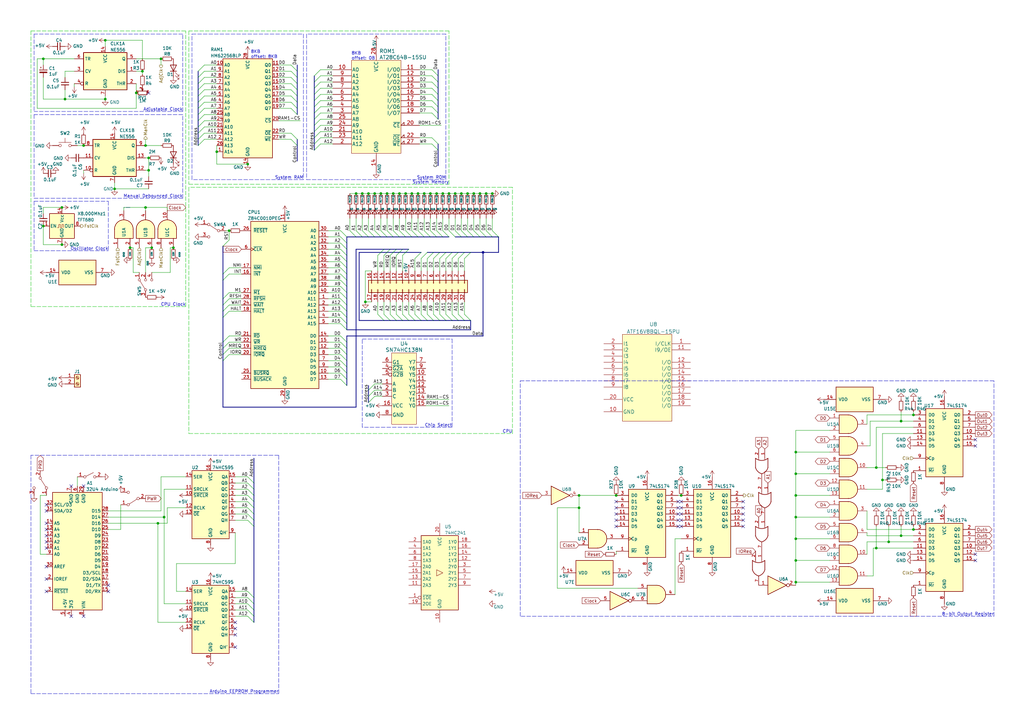
<source format=kicad_sch>
(kicad_sch (version 20211123) (generator eeschema)
  (paper "A3")
  (title_block (title "z80 Computer") (date "2022-11-06") (rev "1.6") (company "T. van de Weg"))
  (bus_alias "Address" (members))
  (bus_alias "Data" (members))
  (junction (at 237.49 203.2))
  (junction (at 181.61 79.375))
  (junction (at 60.96 64.77))
  (junction (at 67.31 212.09))
  (junction (at 101.6 67.31))
  (junction (at 58.42 29.21))
  (junction (at 151.13 79.375))
  (junction (at 237.49 208.28))
  (junction (at 326.39 185.42))
  (junction (at 184.15 79.375))
  (junction (at 326.39 238.76))
  (junction (at 34.29 59.69))
  (junction (at 163.83 79.375))
  (junction (at 17.78 24.13))
  (junction (at 156.21 79.375))
  (junction (at 196.85 79.375))
  (junction (at 364.49 222.25))
  (junction (at 369.57 219.71))
  (junction (at 93.98 94.615))
  (junction (at 189.23 79.375))
  (junction (at 199.39 79.375))
  (junction (at 326.39 203.2))
  (junction (at 25.4 100.33))
  (junction (at 359.41 191.77))
  (junction (at 71.12 101.6))
  (junction (at 161.29 79.375))
  (junction (at 326.39 220.98))
  (junction (at 62.23 101.6))
  (junction (at 26.67 40.64))
  (junction (at 158.75 79.375))
  (junction (at 53.34 101.6))
  (junction (at 149.86 123.825))
  (junction (at 17.78 92.71))
  (junction (at 25.4 85.09))
  (junction (at 252.73 203.2))
  (junction (at 374.65 217.17))
  (junction (at 194.31 79.375))
  (junction (at 64.77 214.63))
  (junction (at 153.67 79.375))
  (junction (at 179.07 79.375))
  (junction (at 359.41 224.79))
  (junction (at 201.93 79.375))
  (junction (at 59.69 59.69))
  (junction (at 171.45 79.375))
  (junction (at 43.18 16.51))
  (junction (at 173.99 79.375))
  (junction (at 60.96 69.85))
  (junction (at 146.05 79.375))
  (junction (at 198.12 103.505))
  (junction (at 326.39 212.09))
  (junction (at 88.9 62.23))
  (junction (at 43.18 40.64))
  (junction (at 168.91 79.375))
  (junction (at 361.95 196.85))
  (junction (at 55.88 38.1))
  (junction (at 148.59 79.375))
  (junction (at 369.57 172.72))
  (junction (at 374.65 170.18))
  (junction (at 166.37 79.375))
  (junction (at 176.53 79.375))
  (junction (at 191.77 79.375))
  (junction (at 326.39 194.31))
  (junction (at 186.69 79.375))
  (junction (at 326.39 229.87))
  (junction (at 66.04 24.13))
  (junction (at 46.99 77.47))
  (junction (at 279.4 203.2))
  (junction (at 59.69 85.09))
  (no_connect (at 60.96 38.1))
  (no_connect (at 400.05 229.87))
  (no_connect (at 400.05 182.88))
  (no_connect (at 19.05 237.49))
  (no_connect (at 96.52 255.27))
  (no_connect (at 19.05 219.71))
  (no_connect (at 19.05 209.55))
  (no_connect (at 96.52 257.81))
  (no_connect (at 96.52 265.43))
  (no_connect (at 19.05 222.25))
  (no_connect (at 400.05 180.34))
  (no_connect (at 279.4 215.9))
  (no_connect (at 279.4 213.36))
  (no_connect (at 279.4 210.82))
  (no_connect (at 279.4 208.28))
  (no_connect (at 304.8 210.82))
  (no_connect (at 304.8 208.28))
  (no_connect (at 304.8 205.74))
  (no_connect (at 304.8 213.36))
  (no_connect (at 304.8 215.9))
  (no_connect (at 278.13 215.9))
  (no_connect (at 278.13 213.36))
  (no_connect (at 278.13 210.82))
  (no_connect (at 278.13 208.28))
  (no_connect (at 279.4 205.74))
  (no_connect (at 278.13 205.74))
  (no_connect (at 252.73 213.36))
  (no_connect (at 252.73 208.28))
  (no_connect (at 252.73 205.74))
  (no_connect (at 252.73 215.9))
  (no_connect (at 252.73 210.82))
  (no_connect (at 34.29 252.73))
  (no_connect (at 19.05 232.41))
  (no_connect (at 96.52 260.35))
  (no_connect (at 19.05 224.79))
  (no_connect (at 29.21 252.73))
  (no_connect (at 44.45 240.03))
  (no_connect (at 19.05 214.63))
  (no_connect (at 400.05 227.33))
  (no_connect (at 19.05 242.57))
  (no_connect (at 44.45 242.57))
  (no_connect (at 19.05 207.01))
  (no_connect (at 34.29 199.39))
  (no_connect (at 19.05 217.17))
  (no_connect (at 29.21 199.39))
  (bus_entry (at 190.5 128.905) (size 2.54 2.54))
  (bus_entry (at 180.34 128.905) (size 2.54 2.54))
  (bus_entry (at 182.88 128.905) (size 2.54 2.54))
  (bus_entry (at 177.8 128.905) (size 2.54 2.54))
  (bus_entry (at 187.96 128.905) (size 2.54 2.54))
  (bus_entry (at 185.42 128.905) (size 2.54 2.54))
  (bus_entry (at 170.18 128.905) (size 2.54 2.54))
  (bus_entry (at 167.64 128.905) (size 2.54 2.54))
  (bus_entry (at 165.1 128.905) (size 2.54 2.54))
  (bus_entry (at 162.56 128.905) (size 2.54 2.54))
  (bus_entry (at 154.94 128.905) (size 2.54 2.54))
  (bus_entry (at 160.02 128.905) (size 2.54 2.54))
  (bus_entry (at 157.48 128.905) (size 2.54 2.54))
  (bus_entry (at 172.72 128.905) (size 2.54 2.54))
  (bus_entry (at 175.26 128.905) (size 2.54 2.54))
  (bus_entry (at 131.445 28.575) (size -2.54 2.54))
  (bus_entry (at 167.64 102.235) (size -2.54 2.54))
  (bus_entry (at 93.98 145.415) (size -2.54 2.54))
  (bus_entry (at 93.98 137.795) (size -2.54 2.54))
  (bus_entry (at 91.44 142.875) (size 2.54 -2.54))
  (bus_entry (at 93.98 142.875) (size -2.54 2.54))
  (bus_entry (at 101.6 205.74) (size 2.54 2.54))
  (bus_entry (at 101.6 200.66) (size 2.54 2.54))
  (bus_entry (at 101.6 213.36) (size 2.54 2.54))
  (bus_entry (at 101.6 195.58) (size 2.54 2.54))
  (bus_entry (at 93.98 109.855) (size -2.54 2.54))
  (bus_entry (at 93.98 112.395) (size -2.54 2.54))
  (bus_entry (at 172.72 103.505) (size -2.54 2.54))
  (bus_entry (at 153.67 160.02) (size -2.54 2.54))
  (bus_entry (at 153.67 162.56) (size -2.54 2.54))
  (bus_entry (at 139.7 120.015) (size 2.54 2.54))
  (bus_entry (at 139.7 122.555) (size 2.54 2.54))
  (bus_entry (at 139.7 125.095) (size 2.54 2.54))
  (bus_entry (at 139.7 127.635) (size 2.54 2.54))
  (bus_entry (at 139.7 130.175) (size 2.54 2.54))
  (bus_entry (at 139.7 132.715) (size 2.54 2.54))
  (bus_entry (at 139.7 114.935) (size 2.54 2.54))
  (bus_entry (at 139.7 117.475) (size 2.54 2.54))
  (bus_entry (at 139.7 112.395) (size 2.54 2.54))
  (bus_entry (at 139.7 94.615) (size 2.54 2.54))
  (bus_entry (at 139.7 109.855) (size 2.54 2.54))
  (bus_entry (at 139.7 107.315) (size 2.54 2.54))
  (bus_entry (at 139.7 97.155) (size 2.54 2.54))
  (bus_entry (at 139.7 99.695) (size 2.54 2.54))
  (bus_entry (at 139.7 102.235) (size 2.54 2.54))
  (bus_entry (at 139.7 104.775) (size 2.54 2.54))
  (bus_entry (at 131.445 46.355) (size -2.54 2.54))
  (bus_entry (at 101.6 245.11) (size 2.54 2.54))
  (bus_entry (at 119.38 39.37) (size 2.54 2.54))
  (bus_entry (at 83.82 34.29) (size -2.54 2.54))
  (bus_entry (at 83.82 29.21) (size -2.54 2.54))
  (bus_entry (at 83.82 31.75) (size -2.54 2.54))
  (bus_entry (at 83.82 44.45) (size -2.54 2.54))
  (bus_entry (at 83.82 41.91) (size -2.54 2.54))
  (bus_entry (at 83.82 39.37) (size -2.54 2.54))
  (bus_entry (at 83.82 26.67) (size -2.54 2.54))
  (bus_entry (at 83.82 36.83) (size -2.54 2.54))
  (bus_entry (at 83.82 49.53) (size -2.54 2.54))
  (bus_entry (at 83.82 46.99) (size -2.54 2.54))
  (bus_entry (at 83.82 52.07) (size -2.54 2.54))
  (bus_entry (at 83.82 54.61) (size -2.54 2.54))
  (bus_entry (at 83.82 57.15) (size -2.54 2.54))
  (bus_entry (at 119.38 31.75) (size 2.54 2.54))
  (bus_entry (at 160.02 102.235) (size -2.54 2.54))
  (bus_entry (at 189.23 97.155) (size -2.54 -2.54))
  (bus_entry (at 131.445 59.055) (size -2.54 2.54))
  (bus_entry (at 101.6 242.57) (size 2.54 2.54))
  (bus_entry (at 146.05 97.155) (size -2.54 -2.54))
  (bus_entry (at 148.59 97.155) (size -2.54 -2.54))
  (bus_entry (at 151.13 97.155) (size -2.54 -2.54))
  (bus_entry (at 161.29 97.155) (size -2.54 -2.54))
  (bus_entry (at 163.83 97.155) (size -2.54 -2.54))
  (bus_entry (at 166.37 97.155) (size -2.54 -2.54))
  (bus_entry (at 184.15 97.155) (size -2.54 -2.54))
  (bus_entry (at 158.75 97.155) (size -2.54 -2.54))
  (bus_entry (at 168.91 97.155) (size -2.54 -2.54))
  (bus_entry (at 156.21 97.155) (size -2.54 -2.54))
  (bus_entry (at 153.67 97.155) (size -2.54 -2.54))
  (bus_entry (at 171.45 97.155) (size -2.54 -2.54))
  (bus_entry (at 181.61 97.155) (size -2.54 -2.54))
  (bus_entry (at 179.07 97.155) (size -2.54 -2.54))
  (bus_entry (at 173.99 97.155) (size -2.54 -2.54))
  (bus_entry (at 176.53 97.155) (size -2.54 -2.54))
  (bus_entry (at 165.1 102.235) (size -2.54 2.54))
  (bus_entry (at 162.56 102.235) (size -2.54 2.54))
  (bus_entry (at 139.7 147.955) (size 2.54 2.54))
  (bus_entry (at 139.7 145.415) (size 2.54 2.54))
  (bus_entry (at 139.7 137.795) (size 2.54 2.54))
  (bus_entry (at 139.7 140.335) (size 2.54 2.54))
  (bus_entry (at 139.7 155.575) (size 2.54 2.54))
  (bus_entry (at 139.7 153.035) (size 2.54 2.54))
  (bus_entry (at 139.7 142.875) (size 2.54 2.54))
  (bus_entry (at 139.7 150.495) (size 2.54 2.54))
  (bus_entry (at 131.445 51.435) (size -2.54 2.54))
  (bus_entry (at 101.6 203.2) (size 2.54 2.54))
  (bus_entry (at 191.77 97.155) (size -2.54 -2.54))
  (bus_entry (at 177.165 28.575) (size 2.54 2.54))
  (bus_entry (at 177.165 43.815) (size 2.54 2.54))
  (bus_entry (at 93.98 122.555) (size -2.54 2.54))
  (bus_entry (at 93.98 125.095) (size -2.54 2.54))
  (bus_entry (at 93.98 127.635) (size -2.54 2.54))
  (bus_entry (at 93.98 120.015) (size -2.54 2.54))
  (bus_entry (at 119.38 44.45) (size 2.54 2.54))
  (bus_entry (at 177.165 56.515) (size 2.54 2.54))
  (bus_entry (at 131.445 41.275) (size -2.54 2.54))
  (bus_entry (at 119.38 57.15) (size 2.54 2.54))
  (bus_entry (at 177.165 59.055) (size 2.54 2.54))
  (bus_entry (at 131.445 56.515) (size -2.54 2.54))
  (bus_entry (at 131.445 43.815) (size -2.54 2.54))
  (bus_entry (at 131.445 36.195) (size -2.54 2.54))
  (bus_entry (at 177.165 46.355) (size 2.54 2.54))
  (bus_entry (at 131.445 48.895) (size -2.54 2.54))
  (bus_entry (at 131.445 33.655) (size -2.54 2.54))
  (bus_entry (at 177.165 41.275) (size 2.54 2.54))
  (bus_entry (at 101.6 252.73) (size 2.54 2.54))
  (bus_entry (at 101.6 208.28) (size 2.54 2.54))
  (bus_entry (at 186.69 97.155) (size -2.54 -2.54))
  (bus_entry (at 101.6 210.82) (size 2.54 2.54))
  (bus_entry (at 196.85 97.155) (size -2.54 -2.54))
  (bus_entry (at 119.38 36.83) (size 2.54 2.54))
  (bus_entry (at 131.445 38.735) (size -2.54 2.54))
  (bus_entry (at 131.445 53.975) (size -2.54 2.54))
  (bus_entry (at 153.67 157.48) (size -2.54 2.54))
  (bus_entry (at 101.6 247.65) (size 2.54 2.54))
  (bus_entry (at 172.72 106.045) (size 2.54 -2.54))
  (bus_entry (at 180.34 106.045) (size 2.54 -2.54))
  (bus_entry (at 190.5 106.045) (size 2.54 -2.54))
  (bus_entry (at 187.96 106.045) (size 2.54 -2.54))
  (bus_entry (at 177.8 106.045) (size 2.54 -2.54))
  (bus_entry (at 185.42 106.045) (size 2.54 -2.54))
  (bus_entry (at 175.26 106.045) (size 2.54 -2.54))
  (bus_entry (at 182.88 106.045) (size 2.54 -2.54))
  (bus_entry (at 119.38 54.61) (size 2.54 2.54))
  (bus_entry (at 204.47 97.155) (size -2.54 -2.54))
  (bus_entry (at 131.445 31.115) (size -2.54 2.54))
  (bus_entry (at 101.6 250.19) (size 2.54 2.54))
  (bus_entry (at 199.39 97.155) (size -2.54 -2.54))
  (bus_entry (at 101.6 198.12) (size 2.54 2.54))
  (bus_entry (at 119.38 34.29) (size 2.54 2.54))
  (bus_entry (at 194.31 97.155) (size -2.54 -2.54))
  (bus_entry (at 201.93 97.155) (size -2.54 -2.54))
  (bus_entry (at 177.165 36.195) (size 2.54 2.54))
  (bus_entry (at 177.165 31.115) (size 2.54 2.54))
  (bus_entry (at 177.165 33.655) (size 2.54 2.54))
  (bus_entry (at 119.38 29.21) (size 2.54 2.54))
  (bus_entry (at 177.165 38.735) (size 2.54 2.54))
  (bus_entry (at 91.44 100.965) (size 2.54 -2.54))
  (bus_entry (at 154.94 104.775) (size 2.54 -2.54))
  (bus_entry (at 119.38 41.91) (size 2.54 2.54))
  (bus_entry (at 119.38 26.67) (size 2.54 2.54))
  (bus (pts (xy 104.14 200.66) (xy 104.14 203.2)))
  (wire (pts (xy 326.39 185.42) (xy 326.39 194.31)))
  (bus (pts (xy 104.14 213.36) (xy 104.14 215.9)))
  (bus (pts (xy 142.24 104.775) (xy 142.24 107.315)))
  (wire (pts (xy 17.78 85.09) (xy 17.78 87.63)))
  (wire (pts (xy 134.62 122.555) (xy 139.7 122.555)))
  (wire (pts (xy 172.72 123.825) (xy 172.72 128.905)))
  (bus (pts (xy 142.24 155.575) (xy 142.24 158.115)))
  (wire (pts (xy 134.62 112.395) (xy 139.7 112.395)))
  (wire (pts (xy 83.82 49.53) (xy 88.9 49.53)))
  (bus (pts (xy 142.24 147.955) (xy 142.24 150.495)))
  (wire (pts (xy 355.6 182.88) (xy 356.87 182.88)))
  (polyline (pts (xy 12.7 186.69) (xy 12.7 284.48)))
  (polyline (pts (xy 53.34 85.09) (xy 50.8 85.09)))
  (wire (pts (xy 72.39 231.14) (xy 72.39 242.57)))
  (bus (pts (xy 104.14 247.65) (xy 104.14 250.19)))
  (wire (pts (xy 67.31 200.66) (xy 67.31 212.09)))
  (wire (pts (xy 17.78 92.71) (xy 17.78 100.33)))
  (bus (pts (xy 142.24 132.715) (xy 142.24 135.255)))
  (wire (pts (xy 92.71 94.615) (xy 93.98 94.615)))
  (bus (pts (xy 185.42 103.505) (xy 187.96 103.505)))
  (wire (pts (xy 151.13 79.375) (xy 153.67 79.375)))
  (wire (pts (xy 49.53 207.01) (xy 49.53 217.17)))
  (wire (pts (xy 101.6 242.57) (xy 96.52 242.57)))
  (bus (pts (xy 179.705 43.815) (xy 179.705 46.355)))
  (wire (pts (xy 134.62 102.235) (xy 139.7 102.235)))
  (polyline (pts (xy 77.47 75.565) (xy 184.15 75.565)) (stroke (width 0) (color 0 194 0 1)))
  (wire (pts (xy 131.445 43.815) (xy 136.525 43.815)))
  (wire (pts (xy 134.62 130.175) (xy 139.7 130.175)))
  (bus (pts (xy 142.24 140.335) (xy 142.24 142.875)))
  (wire (pts (xy 172.085 36.195) (xy 177.165 36.195)))
  (wire (pts (xy 34.29 69.85) (xy 34.29 71.12)))
  (wire (pts (xy 60.96 77.47) (xy 46.99 77.47)))
  (wire (pts (xy 157.48 123.825) (xy 157.48 128.905)))
  (wire (pts (xy 60.96 69.85) (xy 60.96 64.77)))
  (bus (pts (xy 121.92 36.83) (xy 121.92 39.37)))
  (polyline (pts (xy 184.15 75.565) (xy 184.15 12.7)) (stroke (width 0) (color 0 194 0 1)))
  (wire (pts (xy 170.18 106.045) (xy 170.18 111.125)))
  (bus (pts (xy 179.705 28.575) (xy 179.705 31.115)))
  (bus (pts (xy 91.44 147.955) (xy 91.44 167.005)))
  (polyline (pts (xy 13.97 46.99) (xy 13.97 81.28)))
  (bus (pts (xy 91.44 142.875) (xy 91.44 145.415)))
  (wire (pts (xy 162.56 104.775) (xy 162.56 111.125)))
  (bus (pts (xy 104.14 210.82) (xy 104.14 213.36)))
  (wire (pts (xy 76.2 200.66) (xy 67.31 200.66)))
  (bus (pts (xy 180.34 103.505) (xy 182.88 103.505)))
  (wire (pts (xy 340.36 176.53) (xy 326.39 176.53)))
  (wire (pts (xy 189.23 79.375) (xy 191.77 79.375)))
  (wire (pts (xy 184.15 89.535) (xy 184.15 94.615)))
  (wire (pts (xy 355.6 219.71) (xy 369.57 219.71)))
  (bus (pts (xy 189.23 97.155) (xy 191.77 97.155)))
  (wire (pts (xy 152.4 123.825) (xy 149.86 123.825)))
  (bus (pts (xy 160.02 102.235) (xy 162.56 102.235)))
  (wire (pts (xy 17.78 24.13) (xy 15.24 24.13)))
  (wire (pts (xy 154.94 123.825) (xy 154.94 128.905)))
  (polyline (pts (xy 77.47 76.835) (xy 77.47 177.8)) (stroke (width 0) (color 0 194 0 1)))
  (wire (pts (xy 165.1 123.825) (xy 165.1 128.905)))
  (wire (pts (xy 114.3 34.29) (xy 119.38 34.29)))
  (wire (pts (xy 93.98 142.875) (xy 99.06 142.875)))
  (bus (pts (xy 179.705 59.055) (xy 179.705 61.595)))
  (polyline (pts (xy 184.15 12.7) (xy 77.47 12.7)) (stroke (width 0) (color 0 194 0 1)))
  (wire (pts (xy 326.39 238.76) (xy 326.39 240.03)))
  (wire (pts (xy 175.26 123.825) (xy 175.26 128.905)))
  (wire (pts (xy 171.45 79.375) (xy 173.99 79.375)))
  (polyline (pts (xy 78.74 73.66) (xy 78.74 13.97)))
  (wire (pts (xy 340.36 203.2) (xy 326.39 203.2)))
  (bus (pts (xy 179.705 46.355) (xy 179.705 48.895)))
  (wire (pts (xy 44.45 212.09) (xy 67.31 212.09)))
  (bus (pts (xy 81.28 36.83) (xy 81.28 39.37)))
  (wire (pts (xy 340.36 194.31) (xy 326.39 194.31)))
  (wire (pts (xy 170.18 123.825) (xy 170.18 128.905)))
  (bus (pts (xy 179.705 33.655) (xy 179.705 36.195)))
  (wire (pts (xy 237.49 208.28) (xy 237.49 218.44)))
  (wire (pts (xy 361.95 196.85) (xy 361.95 177.8)))
  (bus (pts (xy 179.705 36.195) (xy 179.705 38.735)))
  (wire (pts (xy 69.85 101.6) (xy 71.12 101.6)))
  (wire (pts (xy 185.42 106.045) (xy 185.42 111.125)))
  (bus (pts (xy 142.24 130.175) (xy 142.24 132.715)))
  (bus (pts (xy 146.05 102.235) (xy 157.48 102.235)))
  (polyline (pts (xy 12.7 12.7) (xy 76.2 12.7)) (stroke (width 0) (type dash) (color 0 194 0 1)))
  (wire (pts (xy 156.21 89.535) (xy 156.21 94.615)))
  (wire (pts (xy 154.94 104.775) (xy 154.94 111.125)))
  (wire (pts (xy 26.67 36.83) (xy 26.67 40.64)))
  (wire (pts (xy 46.99 74.93) (xy 46.99 77.47)))
  (bus (pts (xy 179.07 97.155) (xy 181.61 97.155)))
  (wire (pts (xy 161.29 89.535) (xy 161.29 94.615)))
  (wire (pts (xy 30.48 24.13) (xy 17.78 24.13)))
  (wire (pts (xy 355.6 227.33) (xy 355.6 222.25)))
  (wire (pts (xy 364.49 215.9) (xy 364.49 222.25)))
  (bus (pts (xy 157.48 131.445) (xy 147.32 131.445)))
  (wire (pts (xy 134.62 117.475) (xy 139.7 117.475)))
  (wire (pts (xy 355.6 218.44) (xy 355.6 219.71)))
  (wire (pts (xy 34.29 59.69) (xy 31.75 59.69)))
  (wire (pts (xy 237.49 208.28) (xy 228.6 208.28)))
  (polyline (pts (xy 77.47 12.7) (xy 77.47 75.565)) (stroke (width 0) (color 0 194 0 1)))
  (wire (pts (xy 359.41 224.79) (xy 374.65 224.79)))
  (wire (pts (xy 199.39 79.375) (xy 201.93 79.375)))
  (wire (pts (xy 101.6 247.65) (xy 96.52 247.65)))
  (wire (pts (xy 171.45 89.535) (xy 171.45 94.615)))
  (wire (pts (xy 30.48 34.29) (xy 30.48 35.56)))
  (wire (pts (xy 355.6 191.77) (xy 359.41 191.77)))
  (wire (pts (xy 181.61 89.535) (xy 181.61 94.615)))
  (bus (pts (xy 91.44 127.635) (xy 91.44 130.175)))
  (wire (pts (xy 72.39 242.57) (xy 76.2 242.57)))
  (bus (pts (xy 81.28 41.91) (xy 81.28 44.45)))
  (bus (pts (xy 81.28 44.45) (xy 81.28 46.99)))
  (wire (pts (xy 134.62 99.695) (xy 139.7 99.695)))
  (wire (pts (xy 179.07 89.535) (xy 179.07 94.615)))
  (bus (pts (xy 165.1 102.235) (xy 167.64 102.235)))
  (bus (pts (xy 91.44 122.555) (xy 91.44 125.095)))
  (wire (pts (xy 359.41 175.26) (xy 374.65 175.26)))
  (wire (pts (xy 101.6 252.73) (xy 96.52 252.73)))
  (wire (pts (xy 25.4 85.09) (xy 17.78 85.09)))
  (bus (pts (xy 177.8 103.505) (xy 180.34 103.505)))
  (wire (pts (xy 369.57 172.72) (xy 374.65 172.72)))
  (wire (pts (xy 88.9 59.69) (xy 88.9 62.23)))
  (bus (pts (xy 91.44 125.095) (xy 91.44 127.635)))
  (polyline (pts (xy 13.97 82.55) (xy 13.97 102.87)))
  (bus (pts (xy 146.05 167.005) (xy 146.05 102.235)))
  (wire (pts (xy 114.3 54.61) (xy 119.38 54.61)))
  (wire (pts (xy 131.445 31.115) (xy 136.525 31.115)))
  (wire (pts (xy 134.62 97.155) (xy 139.7 97.155)))
  (bus (pts (xy 128.905 46.355) (xy 128.905 48.895)))
  (wire (pts (xy 83.82 57.15) (xy 88.9 57.15)))
  (bus (pts (xy 128.905 41.275) (xy 128.905 43.815)))
  (wire (pts (xy 163.83 79.375) (xy 166.37 79.375)))
  (bus (pts (xy 180.34 131.445) (xy 182.88 131.445)))
  (bus (pts (xy 172.72 131.445) (xy 175.26 131.445)))
  (bus (pts (xy 179.705 31.115) (xy 179.705 33.655)))
  (bus (pts (xy 190.5 131.445) (xy 193.04 131.445)))
  (wire (pts (xy 101.6 195.58) (xy 96.52 195.58)))
  (wire (pts (xy 180.34 106.045) (xy 180.34 111.125)))
  (bus (pts (xy 81.28 57.15) (xy 81.28 59.69)))
  (wire (pts (xy 326.39 194.31) (xy 326.39 203.2)))
  (wire (pts (xy 60.96 69.85) (xy 59.69 69.85)))
  (wire (pts (xy 68.58 86.36) (xy 68.58 85.09)))
  (wire (pts (xy 26.67 40.64) (xy 43.18 40.64)))
  (bus (pts (xy 128.905 36.195) (xy 128.905 38.735)))
  (bus (pts (xy 142.24 97.155) (xy 142.24 99.695)))
  (wire (pts (xy 168.91 89.535) (xy 168.91 94.615)))
  (wire (pts (xy 134.62 114.935) (xy 139.7 114.935)))
  (polyline (pts (xy 13.97 81.28) (xy 74.93 81.28)))
  (polyline (pts (xy 12.7 12.7) (xy 12.7 125.73)) (stroke (width 0) (type dash) (color 0 194 0 1)))
  (polyline (pts (xy 148.59 175.26) (xy 148.59 139.065)))
  (wire (pts (xy 186.69 79.375) (xy 189.23 79.375)))
  (bus (pts (xy 142.24 122.555) (xy 142.24 125.095)))
  (wire (pts (xy 163.83 89.535) (xy 163.83 94.615)))
  (wire (pts (xy 278.13 203.2) (xy 279.4 203.2)))
  (wire (pts (xy 69.85 111.76) (xy 69.85 101.6)))
  (bus (pts (xy 162.56 131.445) (xy 165.1 131.445)))
  (polyline (pts (xy 12.7 284.48) (xy 114.3 284.48)))
  (wire (pts (xy 134.62 150.495) (xy 139.7 150.495)))
  (bus (pts (xy 171.45 97.155) (xy 173.99 97.155)))
  (bus (pts (xy 170.18 131.445) (xy 172.72 131.445)))
  (bus (pts (xy 142.24 135.255) (xy 193.04 135.255)))
  (wire (pts (xy 134.62 132.715) (xy 139.7 132.715)))
  (wire (pts (xy 359.41 191.77) (xy 363.22 191.77)))
  (bus (pts (xy 179.705 61.595) (xy 179.705 67.945)))
  (wire (pts (xy 93.98 140.335) (xy 99.06 140.335)))
  (bus (pts (xy 142.24 125.095) (xy 142.24 127.635)))
  (wire (pts (xy 17.78 24.13) (xy 17.78 26.67)))
  (wire (pts (xy 361.95 177.8) (xy 374.65 177.8)))
  (bus (pts (xy 187.96 131.445) (xy 190.5 131.445)))
  (wire (pts (xy 101.6 208.28) (xy 96.52 208.28)))
  (wire (pts (xy 172.085 59.055) (xy 177.165 59.055)))
  (wire (pts (xy 134.62 109.855) (xy 139.7 109.855)))
  (wire (pts (xy 374.65 168.91) (xy 374.65 170.18)))
  (polyline (pts (xy 148.59 139.065) (xy 185.42 139.065)))
  (bus (pts (xy 121.92 29.21) (xy 121.92 31.75)))
  (wire (pts (xy 15.24 44.45) (xy 55.88 44.45)))
  (bus (pts (xy 148.59 97.155) (xy 151.13 97.155)))
  (wire (pts (xy 355.6 209.55) (xy 355.6 217.17)))
  (wire (pts (xy 326.39 203.2) (xy 326.39 212.09)))
  (polyline (pts (xy 74.93 46.99) (xy 13.97 46.99)))
  (polyline (pts (xy 78.74 13.97) (xy 124.46 13.97)))
  (wire (pts (xy 134.62 127.635) (xy 139.7 127.635)))
  (wire (pts (xy 237.49 203.2) (xy 237.49 208.28)))
  (wire (pts (xy 131.445 51.435) (xy 136.525 51.435)))
  (bus (pts (xy 128.905 38.735) (xy 128.905 41.275)))
  (bus (pts (xy 81.28 49.53) (xy 81.28 52.07)))
  (polyline (pts (xy 125.73 13.97) (xy 125.73 73.66)))
  (polyline (pts (xy 185.42 139.065) (xy 185.42 175.26)))
  (wire (pts (xy 172.085 43.815) (xy 177.165 43.815)))
  (wire (pts (xy 326.39 212.09) (xy 326.39 220.98)))
  (wire (pts (xy 114.3 44.45) (xy 119.38 44.45)))
  (wire (pts (xy 19.05 227.33) (xy 16.51 227.33)))
  (wire (pts (xy 93.98 112.395) (xy 99.06 112.395)))
  (bus (pts (xy 158.75 97.155) (xy 161.29 97.155)))
  (bus (pts (xy 173.99 97.155) (xy 176.53 97.155)))
  (wire (pts (xy 59.69 59.69) (xy 59.69 57.15)))
  (bus (pts (xy 104.14 187.96) (xy 104.14 198.12)))
  (bus (pts (xy 104.14 245.11) (xy 104.14 247.65)))
  (wire (pts (xy 153.67 160.02) (xy 156.845 160.02)))
  (wire (pts (xy 101.6 200.66) (xy 96.52 200.66)))
  (wire (pts (xy 166.37 89.535) (xy 166.37 94.615)))
  (wire (pts (xy 54.61 101.6) (xy 53.34 101.6)))
  (polyline (pts (xy 76.2 125.73) (xy 12.7 125.73)) (stroke (width 0) (color 0 194 0 1)))
  (bus (pts (xy 182.88 131.445) (xy 185.42 131.445)))
  (polyline (pts (xy 13.97 13.97) (xy 13.97 45.72)))
  (wire (pts (xy 252.73 226.06) (xy 252.73 227.33)))
  (wire (pts (xy 196.85 79.375) (xy 199.39 79.375)))
  (wire (pts (xy 93.98 145.415) (xy 99.06 145.415)))
  (wire (pts (xy 114.3 31.75) (xy 119.38 31.75)))
  (wire (pts (xy 187.96 123.825) (xy 187.96 128.905)))
  (bus (pts (xy 157.48 131.445) (xy 160.02 131.445)))
  (wire (pts (xy 64.77 255.27) (xy 64.77 214.63)))
  (wire (pts (xy 153.67 157.48) (xy 156.845 157.48)))
  (wire (pts (xy 134.62 153.035) (xy 139.7 153.035)))
  (wire (pts (xy 134.62 94.615) (xy 139.7 94.615)))
  (polyline (pts (xy 44.45 82.55) (xy 44.45 102.87)))
  (bus (pts (xy 104.14 205.74) (xy 104.14 208.28)))
  (wire (pts (xy 180.34 123.825) (xy 180.34 128.905)))
  (bus (pts (xy 81.28 46.99) (xy 81.28 49.53)))
  (bus (pts (xy 165.1 131.445) (xy 167.64 131.445)))
  (wire (pts (xy 201.93 89.535) (xy 201.93 94.615)))
  (bus (pts (xy 179.705 38.735) (xy 179.705 41.275)))
  (wire (pts (xy 16.51 203.2) (xy 16.51 227.33)))
  (wire (pts (xy 160.02 123.825) (xy 160.02 128.905)))
  (wire (pts (xy 93.98 109.855) (xy 99.06 109.855)))
  (polyline (pts (xy 182.88 13.97) (xy 125.73 13.97)))
  (bus (pts (xy 121.92 57.15) (xy 121.92 59.69)))
  (bus (pts (xy 121.92 59.69) (xy 121.92 66.04)))
  (wire (pts (xy 355.6 236.22) (xy 358.14 236.22)))
  (bus (pts (xy 167.64 131.445) (xy 170.18 131.445)))
  (wire (pts (xy 114.3 29.21) (xy 119.38 29.21)))
  (bus (pts (xy 142.24 120.015) (xy 142.24 122.555)))
  (bus (pts (xy 91.44 145.415) (xy 91.44 147.955)))
  (polyline (pts (xy 407.67 156.21) (xy 302.26 156.21)))
  (wire (pts (xy 43.18 16.51) (xy 43.18 19.05)))
  (wire (pts (xy 190.5 123.825) (xy 190.5 128.905)))
  (bus (pts (xy 147.32 131.445) (xy 147.32 103.505)))
  (wire (pts (xy 355.6 222.25) (xy 364.49 222.25)))
  (wire (pts (xy 62.23 111.76) (xy 69.85 111.76)))
  (wire (pts (xy 49.53 217.17) (xy 44.45 217.17)))
  (bus (pts (xy 128.905 51.435) (xy 128.905 53.975)))
  (wire (pts (xy 57.15 111.76) (xy 54.61 111.76)))
  (bus (pts (xy 185.42 131.445) (xy 187.96 131.445)))
  (wire (pts (xy 44.45 209.55) (xy 66.04 209.55)))
  (polyline (pts (xy 114.3 186.69) (xy 12.7 186.69)))
  (wire (pts (xy 176.53 89.535) (xy 176.53 94.615)))
  (wire (pts (xy 172.085 33.655) (xy 177.165 33.655)))
  (bus (pts (xy 104.14 215.9) (xy 104.14 245.11)))
  (wire (pts (xy 76.2 247.65) (xy 67.31 247.65)))
  (polyline (pts (xy 124.46 13.97) (xy 124.46 73.66)))
  (wire (pts (xy 114.3 57.15) (xy 119.38 57.15)))
  (wire (pts (xy 93.98 137.795) (xy 99.06 137.795)))
  (wire (pts (xy 186.69 89.535) (xy 186.69 94.615)))
  (wire (pts (xy 151.13 89.535) (xy 151.13 94.615)))
  (wire (pts (xy 143.51 89.535) (xy 143.51 94.615)))
  (wire (pts (xy 114.3 36.83) (xy 119.38 36.83)))
  (wire (pts (xy 31.75 195.58) (xy 31.75 199.39)))
  (bus (pts (xy 142.24 153.035) (xy 142.24 155.575)))
  (polyline (pts (xy 76.2 125.73) (xy 76.2 12.7)) (stroke (width 0) (type dash) (color 0 194 0 1)))
  (bus (pts (xy 186.69 97.155) (xy 189.23 97.155)))
  (wire (pts (xy 160.02 104.775) (xy 160.02 111.125)))
  (wire (pts (xy 361.95 196.85) (xy 363.22 196.85)))
  (wire (pts (xy 131.445 53.975) (xy 136.525 53.975)))
  (bus (pts (xy 193.04 103.505) (xy 198.12 103.505)))
  (bus (pts (xy 81.28 52.07) (xy 81.28 54.61)))
  (wire (pts (xy 134.62 142.875) (xy 139.7 142.875)))
  (polyline (pts (xy 213.36 252.73) (xy 213.36 156.21)))
  (bus (pts (xy 104.14 198.12) (xy 104.14 200.66)))
  (wire (pts (xy 194.31 79.375) (xy 196.85 79.375)))
  (polyline (pts (xy 407.67 252.73) (xy 407.67 156.21)))
  (wire (pts (xy 55.88 24.13) (xy 66.04 24.13)))
  (bus (pts (xy 142.24 107.315) (xy 142.24 109.855)))
  (wire (pts (xy 189.23 89.535) (xy 189.23 94.615)))
  (wire (pts (xy 88.9 67.31) (xy 101.6 67.31)))
  (wire (pts (xy 54.61 111.76) (xy 54.61 101.6)))
  (wire (pts (xy 174.625 166.37) (xy 184.15 166.37)))
  (wire (pts (xy 15.24 24.13) (xy 15.24 44.45)))
  (wire (pts (xy 326.39 220.98) (xy 326.39 229.87)))
  (wire (pts (xy 83.82 46.99) (xy 88.9 46.99)))
  (wire (pts (xy 59.69 86.36) (xy 59.69 85.09)))
  (polyline (pts (xy 210.185 177.8) (xy 210.185 76.835)) (stroke (width 0) (color 0 194 0 1)))
  (wire (pts (xy 148.59 79.375) (xy 151.13 79.375)))
  (bus (pts (xy 194.31 97.155) (xy 196.85 97.155)))
  (wire (pts (xy 364.49 222.25) (xy 374.65 222.25)))
  (wire (pts (xy 93.98 94.615) (xy 93.98 98.425)))
  (bus (pts (xy 128.905 31.115) (xy 128.905 33.655)))
  (wire (pts (xy 355.6 170.18) (xy 374.65 170.18)))
  (wire (pts (xy 194.31 89.535) (xy 194.31 94.615)))
  (wire (pts (xy 173.99 79.375) (xy 176.53 79.375)))
  (wire (pts (xy 83.82 39.37) (xy 88.9 39.37)))
  (bus (pts (xy 142.24 117.475) (xy 142.24 120.015)))
  (wire (pts (xy 131.445 59.055) (xy 136.525 59.055)))
  (wire (pts (xy 93.98 122.555) (xy 99.06 122.555)))
  (bus (pts (xy 190.5 103.505) (xy 193.04 103.505)))
  (bus (pts (xy 182.88 103.505) (xy 185.42 103.505)))
  (bus (pts (xy 147.32 103.505) (xy 172.72 103.505)))
  (wire (pts (xy 55.88 38.1) (xy 55.88 34.29)))
  (bus (pts (xy 157.48 102.235) (xy 160.02 102.235)))
  (wire (pts (xy 356.87 182.88) (xy 356.87 172.72)))
  (wire (pts (xy 359.41 215.9) (xy 359.41 224.79)))
  (wire (pts (xy 179.07 79.375) (xy 181.61 79.375)))
  (polyline (pts (xy 124.46 73.66) (xy 78.74 73.66)))
  (wire (pts (xy 157.48 104.775) (xy 157.48 111.125)))
  (bus (pts (xy 91.44 114.935) (xy 91.44 122.555)))
  (wire (pts (xy 340.36 238.76) (xy 326.39 238.76)))
  (wire (pts (xy 156.21 79.375) (xy 158.75 79.375)))
  (wire (pts (xy 358.14 236.22) (xy 358.14 224.79)))
  (wire (pts (xy 131.445 56.515) (xy 136.525 56.515)))
  (wire (pts (xy 153.67 162.56) (xy 156.845 162.56)))
  (wire (pts (xy 326.39 229.87) (xy 326.39 238.76)))
  (wire (pts (xy 158.75 89.535) (xy 158.75 94.615)))
  (wire (pts (xy 190.5 106.045) (xy 190.5 111.125)))
  (wire (pts (xy 340.36 220.98) (xy 326.39 220.98)))
  (wire (pts (xy 146.05 79.375) (xy 148.59 79.375)))
  (wire (pts (xy 340.36 212.09) (xy 326.39 212.09)))
  (wire (pts (xy 172.085 56.515) (xy 177.165 56.515)))
  (wire (pts (xy 355.6 217.17) (xy 374.65 217.17)))
  (bus (pts (xy 121.92 26.67) (xy 121.92 29.21)))
  (wire (pts (xy 83.82 54.61) (xy 88.9 54.61)))
  (bus (pts (xy 142.24 137.795) (xy 142.24 140.335)))
  (bus (pts (xy 121.92 31.75) (xy 121.92 34.29)))
  (wire (pts (xy 134.62 140.335) (xy 139.7 140.335)))
  (wire (pts (xy 131.445 33.655) (xy 136.525 33.655)))
  (polyline (pts (xy 182.88 73.66) (xy 182.88 13.97)))
  (bus (pts (xy 196.85 97.155) (xy 199.39 97.155)))
  (bus (pts (xy 193.04 131.445) (xy 193.04 135.255)))
  (wire (pts (xy 359.41 191.77) (xy 359.41 175.26)))
  (bus (pts (xy 104.14 208.28) (xy 104.14 210.82)))
  (wire (pts (xy 276.86 220.98) (xy 276.86 243.84)))
  (wire (pts (xy 101.6 198.12) (xy 96.52 198.12)))
  (wire (pts (xy 191.77 89.535) (xy 191.77 94.615)))
  (wire (pts (xy 83.82 44.45) (xy 88.9 44.45)))
  (wire (pts (xy 131.445 41.275) (xy 136.525 41.275)))
  (wire (pts (xy 148.59 89.535) (xy 148.59 94.615)))
  (wire (pts (xy 177.8 123.825) (xy 177.8 128.905)))
  (bus (pts (xy 128.905 59.055) (xy 128.905 61.595)))
  (wire (pts (xy 131.445 48.895) (xy 136.525 48.895)))
  (wire (pts (xy 199.39 89.535) (xy 199.39 94.615)))
  (bus (pts (xy 121.92 44.45) (xy 121.92 46.99)))
  (wire (pts (xy 228.6 241.3) (xy 261.62 241.3)))
  (wire (pts (xy 143.51 79.375) (xy 146.05 79.375)))
  (bus (pts (xy 179.705 41.275) (xy 179.705 43.815)))
  (bus (pts (xy 128.905 56.515) (xy 128.905 59.055)))
  (bus (pts (xy 163.83 97.155) (xy 166.37 97.155)))
  (wire (pts (xy 162.56 123.825) (xy 162.56 128.905)))
  (wire (pts (xy 59.69 111.76) (xy 59.69 101.6)))
  (bus (pts (xy 104.14 252.73) (xy 104.14 255.27)))
  (bus (pts (xy 128.905 33.655) (xy 128.905 36.195)))
  (bus (pts (xy 91.44 112.395) (xy 91.44 114.935)))
  (wire (pts (xy 59.69 85.09) (xy 68.58 85.09)))
  (wire (pts (xy 185.42 123.825) (xy 185.42 128.905)))
  (wire (pts (xy 114.3 39.37) (xy 119.38 39.37)))
  (bus (pts (xy 142.24 142.875) (xy 142.24 145.415)))
  (polyline (pts (xy 302.26 252.73) (xy 407.67 252.73)))
  (polyline (pts (xy 125.73 73.66) (xy 182.88 73.66)))
  (bus (pts (xy 191.77 97.155) (xy 194.31 97.155)))
  (wire (pts (xy 134.62 104.775) (xy 139.7 104.775)))
  (wire (pts (xy 131.445 46.355) (xy 136.525 46.355)))
  (wire (pts (xy 83.82 31.75) (xy 88.9 31.75)))
  (bus (pts (xy 160.02 131.445) (xy 162.56 131.445)))
  (wire (pts (xy 182.88 106.045) (xy 182.88 111.125)))
  (wire (pts (xy 101.6 210.82) (xy 96.52 210.82)))
  (wire (pts (xy 356.87 172.72) (xy 369.57 172.72)))
  (bus (pts (xy 91.44 167.005) (xy 146.05 167.005)))
  (wire (pts (xy 83.82 34.29) (xy 88.9 34.29)))
  (bus (pts (xy 142.24 137.795) (xy 198.12 137.795)))
  (bus (pts (xy 142.24 145.415) (xy 142.24 147.955)))
  (wire (pts (xy 134.62 137.795) (xy 139.7 137.795)))
  (bus (pts (xy 104.14 250.19) (xy 104.14 252.73)))
  (wire (pts (xy 134.62 120.015) (xy 139.7 120.015)))
  (bus (pts (xy 128.905 43.815) (xy 128.905 46.355)))
  (polyline (pts (xy 114.3 284.48) (xy 114.3 186.69)))
  (wire (pts (xy 59.69 101.6) (xy 62.23 101.6)))
  (wire (pts (xy 58.42 16.51) (xy 43.18 16.51)))
  (wire (pts (xy 177.8 106.045) (xy 177.8 111.125)))
  (bus (pts (xy 198.12 137.795) (xy 198.12 103.505)))
  (bus (pts (xy 162.56 102.235) (xy 165.1 102.235)))
  (polyline (pts (xy 74.93 81.28) (xy 74.93 46.99)))
  (wire (pts (xy 93.98 120.015) (xy 99.06 120.015)))
  (bus (pts (xy 91.44 130.175) (xy 91.44 140.335)))
  (polyline (pts (xy 74.93 13.97) (xy 13.97 13.97)))
  (wire (pts (xy 172.72 106.045) (xy 172.72 111.125)))
  (wire (pts (xy 175.26 106.045) (xy 175.26 111.125)))
  (polyline (pts (xy 13.97 102.87) (xy 44.45 102.87)))
  (wire (pts (xy 26.67 29.21) (xy 26.67 31.75)))
  (wire (pts (xy 166.37 79.375) (xy 168.91 79.375)))
  (wire (pts (xy 153.67 89.535) (xy 153.67 94.615)))
  (wire (pts (xy 369.57 215.9) (xy 369.57 219.71)))
  (bus (pts (xy 198.12 103.505) (xy 204.47 103.505)))
  (wire (pts (xy 131.445 36.195) (xy 136.525 36.195)))
  (bus (pts (xy 128.905 48.895) (xy 128.905 51.435)))
  (bus (pts (xy 146.05 97.155) (xy 148.59 97.155)))
  (wire (pts (xy 83.82 29.21) (xy 88.9 29.21)))
  (wire (pts (xy 237.49 203.2) (xy 252.73 203.2)))
  (wire (pts (xy 358.14 224.79) (xy 359.41 224.79)))
  (bus (pts (xy 161.29 97.155) (xy 163.83 97.155)))
  (wire (pts (xy 17.78 31.75) (xy 17.78 40.64)))
  (bus (pts (xy 142.24 109.855) (xy 142.24 112.395)))
  (bus (pts (xy 142.24 127.635) (xy 142.24 130.175)))
  (wire (pts (xy 172.085 38.735) (xy 177.165 38.735)))
  (bus (pts (xy 204.47 103.505) (xy 204.47 97.155)))
  (bus (pts (xy 81.28 39.37) (xy 81.28 41.91)))
  (bus (pts (xy 121.92 41.91) (xy 121.92 44.45)))
  (bus (pts (xy 187.96 103.505) (xy 190.5 103.505)))
  (wire (pts (xy 134.62 155.575) (xy 139.7 155.575)))
  (wire (pts (xy 114.3 49.53) (xy 123.19 49.53)))
  (wire (pts (xy 326.39 176.53) (xy 326.39 185.42)))
  (wire (pts (xy 83.82 26.67) (xy 88.9 26.67)))
  (wire (pts (xy 149.86 123.825) (xy 149.86 111.125)))
  (wire (pts (xy 114.3 41.91) (xy 119.38 41.91)))
  (wire (pts (xy 165.1 104.775) (xy 165.1 111.125)))
  (wire (pts (xy 58.42 16.51) (xy 58.42 24.13)))
  (wire (pts (xy 96.52 218.44) (xy 96.52 231.14)))
  (wire (pts (xy 158.75 79.375) (xy 161.29 79.375)))
  (wire (pts (xy 187.96 106.045) (xy 187.96 111.125)))
  (polyline (pts (xy 74.93 45.72) (xy 74.93 13.97)))
  (polyline (pts (xy 302.26 252.73) (xy 213.36 252.73)))
  (wire (pts (xy 58.42 29.21) (xy 55.88 29.21)))
  (wire (pts (xy 88.9 62.23) (xy 88.9 67.31)))
  (bus (pts (xy 175.26 131.445) (xy 177.8 131.445)))
  (bus (pts (xy 142.24 102.235) (xy 142.24 104.775)))
  (polyline (pts (xy 213.36 156.21) (xy 302.26 156.21)))
  (wire (pts (xy 101.6 245.11) (xy 96.52 245.11)))
  (wire (pts (xy 355.6 173.99) (xy 355.6 170.18)))
  (wire (pts (xy 173.99 89.535) (xy 173.99 94.615)))
  (wire (pts (xy 83.82 41.91) (xy 88.9 41.91)))
  (bus (pts (xy 177.8 131.445) (xy 180.34 131.445)))
  (wire (pts (xy 181.61 79.375) (xy 184.15 79.375)))
  (wire (pts (xy 83.82 52.07) (xy 88.9 52.07)))
  (wire (pts (xy 131.445 38.735) (xy 136.525 38.735)))
  (wire (pts (xy 30.48 29.21) (xy 26.67 29.21)))
  (wire (pts (xy 228.6 208.28) (xy 228.6 241.3)))
  (bus (pts (xy 201.93 97.155) (xy 204.47 97.155)))
  (polyline (pts (xy 185.42 175.26) (xy 148.59 175.26)))
  (wire (pts (xy 172.085 31.115) (xy 177.165 31.115)))
  (bus (pts (xy 142.24 114.935) (xy 142.24 117.475)))
  (wire (pts (xy 96.52 231.14) (xy 72.39 231.14)))
  (bus (pts (xy 104.14 203.2) (xy 104.14 205.74)))
  (bus (pts (xy 142.24 150.495) (xy 142.24 153.035)))
  (wire (pts (xy 60.96 72.39) (xy 60.96 69.85)))
  (bus (pts (xy 91.44 140.335) (xy 91.44 142.875)))
  (bus (pts (xy 151.13 97.155) (xy 153.67 97.155)))
  (bus (pts (xy 142.24 97.155) (xy 146.05 97.155)))
  (bus (pts (xy 81.28 31.75) (xy 81.28 34.29)))
  (bus (pts (xy 175.26 103.505) (xy 177.8 103.505)))
  (wire (pts (xy 131.445 28.575) (xy 136.525 28.575)))
  (bus (pts (xy 168.91 97.155) (xy 171.45 97.155)))
  (wire (pts (xy 361.95 200.66) (xy 361.95 196.85)))
  (wire (pts (xy 67.31 247.65) (xy 67.31 212.09)))
  (wire (pts (xy 93.98 125.095) (xy 99.06 125.095)))
  (bus (pts (xy 156.21 97.155) (xy 158.75 97.155)))
  (wire (pts (xy 182.88 123.825) (xy 182.88 128.905)))
  (wire (pts (xy 172.085 28.575) (xy 177.165 28.575)))
  (wire (pts (xy 17.78 40.64) (xy 26.67 40.64)))
  (bus (pts (xy 151.13 158.115) (xy 151.13 160.02)))
  (bus (pts (xy 91.44 100.965) (xy 91.44 112.395)))
  (bus (pts (xy 81.28 54.61) (xy 81.28 57.15)))
  (wire (pts (xy 55.88 44.45) (xy 55.88 38.1)))
  (wire (pts (xy 340.36 185.42) (xy 326.39 185.42)))
  (wire (pts (xy 17.78 100.33) (xy 25.4 100.33)))
  (wire (pts (xy 172.085 41.275) (xy 177.165 41.275)))
  (wire (pts (xy 101.6 250.19) (xy 96.52 250.19)))
  (wire (pts (xy 172.085 51.435) (xy 180.975 51.435)))
  (wire (pts (xy 50.8 85.09) (xy 50.8 86.36)))
  (bus (pts (xy 142.24 112.395) (xy 142.24 114.935)))
  (wire (pts (xy 355.6 200.66) (xy 361.95 200.66)))
  (bus (pts (xy 128.905 53.975) (xy 128.905 56.515)))
  (wire (pts (xy 184.15 79.375) (xy 186.69 79.375)))
  (wire (pts (xy 340.36 229.87) (xy 326.39 229.87)))
  (polyline (pts (xy 74.93 45.72) (xy 13.97 45.72)))
  (wire (pts (xy 101.6 205.74) (xy 96.52 205.74)))
  (wire (pts (xy 66.04 24.13) (xy 66.04 26.67)))
  (wire (pts (xy 134.62 145.415) (xy 139.7 145.415)))
  (wire (pts (xy 176.53 79.375) (xy 179.07 79.375)))
  (wire (pts (xy 276.86 220.98) (xy 279.4 220.98)))
  (wire (pts (xy 60.96 64.77) (xy 59.69 64.77)))
  (bus (pts (xy 181.61 97.155) (xy 184.15 97.155)))
  (wire (pts (xy 369.57 168.91) (xy 369.57 172.72)))
  (wire (pts (xy 93.98 127.635) (xy 99.06 127.635)))
  (wire (pts (xy 369.57 219.71) (xy 374.65 219.71)))
  (wire (pts (xy 101.6 213.36) (xy 96.52 213.36)))
  (bus (pts (xy 176.53 97.155) (xy 179.07 97.155)))
  (wire (pts (xy 59.69 59.69) (xy 66.04 59.69)))
  (wire (pts (xy 58.42 29.21) (xy 58.42 30.48)))
  (wire (pts (xy 167.64 123.825) (xy 167.64 128.905)))
  (polyline (pts (xy 77.47 177.8) (xy 210.185 177.8)) (stroke (width 0) (color 0 194 0 1)))
  (wire (pts (xy 153.67 79.375) (xy 156.21 79.375)))
  (bus (pts (xy 121.92 34.29) (xy 121.92 36.83)))
  (wire (pts (xy 174.625 163.83) (xy 184.15 163.83)))
  (wire (pts (xy 66.04 195.58) (xy 76.2 195.58)))
  (wire (pts (xy 374.65 215.9) (xy 374.65 217.17)))
  (bus (pts (xy 121.92 39.37) (xy 121.92 41.91)))
  (wire (pts (xy 168.91 79.375) (xy 171.45 79.375)))
  (polyline (pts (xy 13.97 82.55) (xy 44.45 82.55)))
  (wire (pts (xy 146.05 89.535) (xy 146.05 94.615)))
  (bus (pts (xy 81.28 29.21) (xy 81.28 31.75)))
  (wire (pts (xy 44.45 214.63) (xy 64.77 214.63)))
  (wire (pts (xy 172.085 46.355) (xy 177.165 46.355)))
  (wire (pts (xy 68.58 214.63) (xy 64.77 214.63)))
  (wire (pts (xy 101.6 203.2) (xy 96.52 203.2)))
  (bus (pts (xy 81.28 34.29) (xy 81.28 36.83)))
  (wire (pts (xy 68.58 208.28) (xy 68.58 214.63)))
  (wire (pts (xy 134.62 107.315) (xy 139.7 107.315)))
  (wire (pts (xy 66.04 209.55) (xy 66.04 195.58)))
  (bus (pts (xy 166.37 97.155) (xy 168.91 97.155)))
  (wire (pts (xy 196.85 89.535) (xy 196.85 94.615)))
  (wire (pts (xy 149.86 111.125) (xy 152.4 111.125)))
  (wire (pts (xy 76.2 255.27) (xy 64.77 255.27)))
  (wire (pts (xy 134.62 125.095) (xy 139.7 125.095)))
  (bus (pts (xy 199.39 97.155) (xy 201.93 97.155)))
  (bus (pts (xy 153.67 97.155) (xy 156.21 97.155)))
  (polyline (pts (xy 210.185 76.835) (xy 77.47 76.835)) (stroke (width 0) (color 0 194 0 1)))
  (wire (pts (xy 43.18 39.37) (xy 43.18 40.64)))
  (wire (pts (xy 161.29 79.375) (xy 163.83 79.375)))
  (wire (pts (xy 19.05 203.2) (xy 16.51 203.2)))
  (wire (pts (xy 191.77 79.375) (xy 194.31 79.375)))
  (wire (pts (xy 114.3 26.67) (xy 119.38 26.67)))
  (wire (pts (xy 134.62 147.955) (xy 139.7 147.955)))
  (wire (pts (xy 50.8 85.09) (xy 59.69 85.09)))
  (bus (pts (xy 142.24 99.695) (xy 142.24 102.235)))
  (bus (pts (xy 151.13 162.56) (xy 151.13 165.1)))
  (wire (pts (xy 76.2 208.28) (xy 68.58 208.28)))
  (wire (pts (xy 83.82 36.83) (xy 88.9 36.83)))
  (bus (pts (xy 151.13 160.02) (xy 151.13 162.56)))
  (text "Arduino EEPROM Programmer" (at 114.3 284.48 180) (effects (font (size 1.27 1.27)) (justify right bottom)))
  (text "Chip Select" (at 185.42 175.26 180) (effects (font (size 1.27 1.27)) (justify right bottom)))
  (text "System Memory" (at 184.15 75.565 180) (effects (font (size 1.27 1.27)) (justify right bottom)))
  (text "Adjustable Clock" (at 74.93 45.72 180) (effects (font (size 1.27 1.27)) (justify right bottom)))
  (text "Oscillator Clock" (at 44.45 102.87 180) (effects (font (size 1.27 1.27)) (justify right bottom)))
  (text "System ROM" (at 182.88 73.66 180) (effects (font (size 1.27 1.27)) (justify right bottom)))
  (text "CPU Clock" (at 76.2 125.73 180) (effects (font (size 1.27 1.27)) (justify right bottom)))
  (text "CPU" (at 210.185 177.8 180) (effects (font (size 1.27 1.27)) (justify right bottom)))
  (text "8-bit Output Register" (at 407.67 252.73 180) (effects (font (size 1.27 1.27)) (justify right bottom)))
  (text "8KB\noffset: 8KB" (at 102.87 24.13 0) (effects (font (size 1.27 1.27)) (justify left bottom)))
  (text "System RAM" (at 124.46 73.66 180) (effects (font (size 1.27 1.27)) (justify right bottom)))
  (text "8KB\noffset: 0B" (at 144.145 24.765 0) (effects (font (size 1.27 1.27)) (justify left bottom)))
  (text "Manual Debounced Clock" (at 74.93 81.28 180) (effects (font (size 1.27 1.27)) (justify right bottom)))
  (label "A11" (at 171.45 94.615 90))
  (label "D7" (at 114.3 44.45 0))
  (label "D5" (at 185.42 109.855 90))
  (label "A7" (at 172.72 127.635 90))
  (label "D5" (at 196.85 94.615 90))
  (label "A8" (at 88.9 46.99 180))
  (label "D1" (at 175.26 109.855 90))
  (label "A10" (at 180.34 127.635 90))
  (label "Control" (at 179.705 61.595 270))
  (label "A5" (at 156.21 94.615 90))
  (label "IORQ" (at 162.56 109.855 90))
  (label "A3" (at 162.56 127.635 90))
  (label "A9" (at 177.8 127.635 90))
  (label "A4" (at 136.525 38.735 180))
  (label "D7" (at 190.5 109.855 90))
  (label "A1" (at 139.7 97.155 180))
  (label "D4" (at 114.3 36.83 0))
  (label "Address" (at 193.04 135.255 180))
  (label "A0" (at 154.94 127.635 90))
  (label "D5" (at 114.3 39.37 0))
  (label "D2" (at 189.23 94.615 90))
  (label "A4" (at 101.6 205.74 180))
  (label "A13" (at 187.96 127.635 90))
  (label "Control" (at 121.92 59.69 270))
  (label "A2" (at 101.6 200.66 180))
  (label "A4" (at 139.7 104.775 180))
  (label "A12" (at 173.99 94.615 90))
  (label "A3" (at 88.9 34.29 180))
  (label "Control" (at 91.44 140.335 270))
  (label "A11" (at 88.9 54.61 180))
  (label "A4" (at 165.1 127.635 90))
  (label "A15" (at 170.18 109.855 90))
  (label "A7" (at 139.7 112.395 180))
  (label "A10" (at 101.6 247.65 180))
  (label "RD" (at 114.3 54.61 0))
  (label "A0" (at 88.9 26.67 180))
  (label "A13" (at 139.7 127.635 180))
  (label "A15" (at 181.61 94.615 90))
  (label "A8" (at 175.26 127.635 90))
  (label "Data" (at 121.92 26.67 90))
  (label "A7" (at 136.525 46.355 180))
  (label "Data" (at 198.12 137.795 180))
  (label "A11" (at 139.7 122.555 180))
  (label "D0" (at 172.085 28.575 0))
  (label "A2" (at 88.9 31.75 180))
  (label "A12" (at 136.525 59.055 180))
  (label "A14" (at 156.845 160.02 180))
  (label "D3" (at 172.085 36.195 0))
  (label "MREQ" (at 99.06 142.875 180))
  (label "Data" (at 179.705 28.575 90))
  (label "D6" (at 172.085 43.815 0))
  (label "A0" (at 143.51 94.615 90))
  (label "M1" (at 99.06 120.015 180))
  (label "D1" (at 172.085 31.115 0))
  (label "RD" (at 157.48 109.855 90))
  (label "A14" (at 190.5 127.635 90))
  (label "D0" (at 114.3 26.67 0))
  (label "A6" (at 101.6 210.82 180))
  (label "A1" (at 101.6 198.12 180))
  (label "A2" (at 148.59 94.615 90))
  (label "A10" (at 136.525 53.975 180))
  (label "A9" (at 166.37 94.615 90))
  (label "A15" (at 139.7 132.715 180))
  (label "A4" (at 153.67 94.615 90))
  (label "ROM1-CS" (at 180.975 51.435 180))
  (label "NMI" (at 99.06 109.855 180))
  (label "D0" (at 172.72 109.855 90))
  (label "A0" (at 101.6 195.58 180))
  (label "Address" (at 151.13 165.1 90))
  (label "RAM1-CS" (at 184.15 163.83 180))
  (label "A12" (at 185.42 127.635 90))
  (label "D4" (at 172.085 38.735 0))
  (label "D5" (at 172.085 41.275 0))
  (label "WAIT" (at 99.06 125.095 180))
  (label "A15" (at 156.845 162.56 180))
  (label "MREQ" (at 160.02 109.855 90))
  (label "A8" (at 101.6 242.57 180))
  (label "A2" (at 136.525 33.655 180))
  (label "A9" (at 136.525 51.435 180))
  (label "A0" (at 139.7 94.615 180))
  (label "A6" (at 88.9 41.91 180))
  (label "D1" (at 186.69 94.615 90))
  (label "INT" (at 99.06 112.395 180))
  (label "A3" (at 139.7 102.235 180))
  (label "D7" (at 172.085 46.355 0))
  (label "A5" (at 167.64 127.635 90))
  (label "A7" (at 161.29 94.615 90))
  (label "A4" (at 88.9 36.83 180))
  (label "RD" (at 172.085 56.515 0))
  (label "D7" (at 201.93 94.615 90))
  (label "D0" (at 184.15 94.615 90))
  (label "A11" (at 136.525 56.515 180))
  (label "A8" (at 136.525 48.895 180))
  (label "A12" (at 101.6 252.73 180))
  (label "D1" (at 139.7 140.335 180))
  (label "A14" (at 179.07 94.615 90))
  (label "D0" (at 139.7 137.795 180))
  (label "D2" (at 114.3 31.75 0))
  (label "A6" (at 170.18 127.635 90))
  (label "A5" (at 139.7 107.315 180))
  (label "A12" (at 139.7 125.095 180))
  (label "IORQ" (at 99.06 145.415 180))
  (label "A8" (at 139.7 114.935 180))
  (label "HALT" (at 99.06 127.635 180))
  (label "A2" (at 160.02 127.635 90))
  (label "D3" (at 114.3 34.29 0))
  (label "A3" (at 101.5678 203.2 180))
  (label "A10" (at 139.7 120.015 180))
  (label "A1" (at 88.9 29.21 180))
  (label "D7" (at 139.7 155.575 180))
  (label "RAM1-CS" (at 123.19 49.53 180))
  (label "RST" (at 165.1 109.855 90))
  (label "A5" (at 101.6 208.28 180))
  (label "D2" (at 177.8 109.855 90))
  (label "A9" (at 139.7 117.475 180))
  (label "D4" (at 139.7 147.955 180))
  (label "WR" (at 99.06 140.335 180))
  (label "A9" (at 88.9 49.53 180))
  (label "A6" (at 158.75 94.615 90))
  (label "A12" (at 88.9 57.15 180))
  (label "D6" (at 187.96 109.855 90))
  (label "A7" (at 88.9 44.45 180))
  (label "D3" (at 180.34 109.855 90))
  (label "Address" (at 81.28 59.69 90))
  (label "A2" (at 139.7 99.695 180))
  (label "D3" (at 191.77 94.615 90))
  (label "A6" (at 136.525 43.815 180))
  (label "A1" (at 157.48 125.095 270))
  (label "D1" (at 114.3 29.21 0))
  (label "A10" (at 168.91 94.615 90))
  (label "A3" (at 136.525 36.195 180))
  (label "D4" (at 194.31 94.615 90))
  (label "Address" (at 104.14 195.58 90))
  (label "A3" (at 151.13 94.615 90))
  (label "A11" (at 101.6 250.19 180))
  (label "A5" (at 136.525 41.275 180))
  (label "Address" (at 128.905 61.595 90))
  (label "WR" (at 114.3 57.15 0))
  (label "A14" (at 139.7 130.175 180))
  (label "ROM1-CS" (at 184.15 166.37 180))
  (label "A1" (at 136.525 31.115 180))
  (label "D6" (at 199.39 94.615 90))
  (label "D4" (at 182.88 109.855 90))
  (label "A9" (at 101.5169 245.11 180))
  (label "A0" (at 136.525 28.575 180))
  (label "D2" (at 172.085 33.655 0))
  (label "D2" (at 139.7 142.875 180))
  (label "D3" (at 139.7 145.415 180))
  (label "WR" (at 172.085 59.055 0))
  (label "A8" (at 163.83 94.615 90))
  (label "D5" (at 139.7 150.495 180))
  (label "A10" (at 88.9 52.07 180))
  (label "WR" (at 154.94 109.855 90))
  (label "RFSH" (at 99.06 122.555 180))
  (label "A13" (at 156.845 157.48 180))
  (label "A11" (at 182.88 127.635 90))
  (label "RD" (at 99.06 137.795 180))
  (label "A6" (at 139.7 109.855 180))
  (label "D6" (at 114.3 41.91 0))
  (label "A5" (at 88.9 39.37 180))
  (label "D6" (at 139.7 153.035 180))
  (label "A7" (at 101.6 213.36 180))
  (label "A13" (at 176.53 94.615 90))
  (label "RST" (at 93.98 98.425 90))
  (label "A1" (at 146.05 94.615 90))
  (global_label "Reset" (shape input) (at 279.4 231.14 270) (property "Intersheet References" "${INTERSHEET_REFS}" (effects hide)))
  (global_label "Out3" (shape output) (at 400.05 177.8 0) (property "Intersheet References" "${INTERSHEET_REFS}" (effects hide)))
  (global_label "IOReq" (shape input) (at 309.88 226.06 180) (property "Intersheet References" "${INTERSHEET_REFS}" (effects hide)))
  (global_label "A3" (shape input) (at 311.15 184.15 90) (property "Intersheet References" "${INTERSHEET_REFS}" (effects hide)))
  (global_label "Clock" (shape input) (at 99.06 102.235 180) (property "Intersheet References" "${INTERSHEET_REFS}" (effects hide)))
  (global_label "Clock" (shape output) (at 68.58 85.09 0) (property "Intersheet References" "${INTERSHEET_REFS}" (effects hide)))
  (global_label "Clock" (shape input) (at 246.38 246.38 180) (property "Intersheet References" "${INTERSHEET_REFS}" (effects hide)))
  (global_label "Reset" (shape input) (at 374.65 245.11 270) (property "Intersheet References" "${INTERSHEET_REFS}" (effects hide)))
  (global_label "PWR" (shape output) (at 59.69 204.47 0) (property "Intersheet References" "${INTERSHEET_REFS}" (effects hide)))
  (global_label "Out6" (shape output) (at 400.05 222.25 0) (property "Intersheet References" "${INTERSHEET_REFS}" (effects hide)))
  (global_label "D3" (shape bidirectional) (at 340.36 198.12 180) (property "Intersheet References" "${INTERSHEET_REFS}" (effects hide)))
  (global_label "A0" (shape input) (at 311.15 212.09 90) (property "Intersheet References" "${INTERSHEET_REFS}" (effects hide)))
  (global_label "A2" (shape input) (at 313.69 184.15 90) (property "Intersheet References" "${INTERSHEET_REFS}" (effects hide)))
  (global_label "Clock" (shape input) (at 237.49 223.52 180) (property "Intersheet References" "${INTERSHEET_REFS}" (effects hide)))
  (global_label "Out2" (shape output) (at 400.05 175.26 0) (property "Intersheet References" "${INTERSHEET_REFS}" (effects hide)))
  (global_label "Out0" (shape output) (at 400.05 170.18 0) (property "Intersheet References" "${INTERSHEET_REFS}" (effects hide)))
  (global_label "A1" (shape input) (at 314.96 198.12 90) (property "Intersheet References" "${INTERSHEET_REFS}" (effects hide)))
  (global_label "Reset" (shape input) (at 247.65 227.33 180) (property "Intersheet References" "${INTERSHEET_REFS}" (effects hide)))
  (global_label "Out7" (shape output) (at 400.05 224.79 0) (property "Intersheet References" "${INTERSHEET_REFS}" (effects hide)))
  (global_label "Out5" (shape output) (at 400.05 219.71 0) (property "Intersheet References" "${INTERSHEET_REFS}" (effects hide)))
  (global_label "D6" (shape bidirectional) (at 340.36 224.79 180) (property "Intersheet References" "${INTERSHEET_REFS}" (effects hide)))
  (global_label "D0" (shape bidirectional) (at 340.36 171.45 180) (property "Intersheet References" "${INTERSHEET_REFS}" (effects hide)))
  (global_label "D4" (shape bidirectional) (at 340.36 207.01 180) (property "Intersheet References" "${INTERSHEET_REFS}" (effects hide)))
  (global_label "IOReq" (shape input) (at 222.25 203.2 180) (property "Intersheet References" "${INTERSHEET_REFS}" (effects hide)))
  (global_label "D5" (shape bidirectional) (at 340.36 215.9 180) (property "Intersheet References" "${INTERSHEET_REFS}" (effects hide)))
  (global_label "D1" (shape bidirectional) (at 340.36 180.34 180) (property "Intersheet References" "${INTERSHEET_REFS}" (effects hide)))
  (global_label "Out1" (shape output) (at 400.05 172.72 0) (property "Intersheet References" "${INTERSHEET_REFS}" (effects hide)))
  (global_label "D7" (shape bidirectional) (at 340.36 233.68 180) (property "Intersheet References" "${INTERSHEET_REFS}" (effects hide)))
  (global_label "D2" (shape bidirectional) (at 340.36 189.23 180) (property "Intersheet References" "${INTERSHEET_REFS}" (effects hide)))
  (global_label "Out4" (shape output) (at 400.05 217.17 0) (property "Intersheet References" "${INTERSHEET_REFS}" (effects hide)))
  (global_label "Reset" (shape input) (at 374.65 198.12 270) (property "Intersheet References" "${INTERSHEET_REFS}" (effects hide)))
  (global_label "PRD" (shape output) (at 16.51 193.04 90) (property "Intersheet References" "${INTERSHEET_REFS}" (effects hide)))
  (hierarchical_label "Clk" (shape input) (at 374.65 187.96 180))
  (hierarchical_label "AdjClk" (shape input) (at 57.15 101.6 270))
  (hierarchical_label "AdjClk" (shape output) (at 66.04 26.67 270))
  (hierarchical_label "ManClk" (shape output) (at 59.69 57.15 90))
  (hierarchical_label "FstClk" (shape output) (at 33.02 92.71 0))
  (hierarchical_label "Clk" (shape input) (at 374.65 234.95 180))
  (hierarchical_label "FstClk" (shape input) (at 48.26 101.6 270))
  (hierarchical_label "ManClk" (shape input) (at 66.04 101.6 270))
  (hierarchical_label "Clk" (shape output) (at 304.8 203.2 0))
  (symbol (lib_id "power:GND") (at 43.18 40.64 0) (unit 1)
    (property "Reference" "#PWR018" (effects hide))
    (property "Value" "GND" (at 46.99 41.91 0))
  )
  (symbol (lib_id "power:+5V") (at 43.18 16.51 90) (unit 1)
    (property "Reference" "#PWR017" (effects hide))
    (property "Value" "+5V" (at 38.1 16.51 90))
  )
  (symbol (lib_id "Device:CP_Small") (at 17.78 29.21 0) (unit 1)
    (property "Reference" "C1" (at 20.0152 28.0416 0) (effects (justify left)))
    (property "Value" "1uF" (at 20.0152 30.353 0) (effects (justify left)))
    (property "Footprint" "Capacitor_SMD:C_0805_2012Metric_Pad1.18x1.45mm_HandSolder" (effects hide))
  )
  (symbol (lib_id "Device:C_Small") (at 26.67 34.29 0) (unit 1)
    (property "Reference" "C5" (at 21.59 33.02 0) (effects (justify left)))
    (property "Value" "0.1uF" (at 19.05 35.56 0) (effects (justify left)))
    (property "Footprint" "Capacitor_SMD:C_0805_2012Metric_Pad1.18x1.45mm_HandSolder" (effects hide))
  )
  (symbol (lib_id "power:+5V") (at 30.48 35.56 180) (unit 1)
    (property "Reference" "#PWR013" (effects hide))
    (property "Value" "+5V" (at 31.75 39.37 0) (effects (justify left)))
  )
  (symbol (lib_id "Device:R_Small") (at 58.42 26.67 0) (unit 1)
    (property "Reference" "R3" (at 55.88 27.94 0))
    (property "Value" "1K" (at 55.88 25.4 0))
    (property "Footprint" "Resistor_SMD:R_0603_1608Metric" (effects hide))
  )
  (symbol (lib_id "Device:LED") (at 71.12 27.94 90) (unit 1)
    (property "Reference" "D1" (at 69.85 30.48 90))
    (property "Value" "LED" (effects hide))
    (property "Footprint" "LED_SMD:LED_0603_1608Metric_Pad1.05x0.95mm_HandSolder" (effects hide))
  )
  (symbol (lib_id "Device:R_Small") (at 68.58 24.13 270) (unit 1)
    (property "Reference" "R8" (at 68.58 22.86 90) (effects (justify bottom)))
    (property "Value" "10K" (at 68.58 19.05 90) (effects (justify top)))
    (property "Footprint" "Resistor_SMD:R_0603_1608Metric_Pad0.98x0.95mm_HandSolder" (effects hide))
  )
  (symbol (lib_id "power:GND") (at 71.12 31.75 0) (unit 1)
    (property "Reference" "#PWR027" (effects hide))
    (property "Value" "GND" (at 73.66 35.56 0) (effects (justify right)))
  )
  (symbol (lib_id "Device:R_POT_Small") (at 58.42 38.1 90) (unit 1)
    (property "Reference" "RV1" (at 58.42 40.767 90) (effects (justify top)))
    (property "Value" "1M" (at 58.42 40.64 90) (effects (justify bottom)))
  )
  (symbol (lib_id "Device:C_Small") (at 24.13 19.05 270) (unit 1)
    (property "Reference" "C4" (at 22.86 16.51 90) (effects (justify left)))
    (property "Value" "0.1uF" (at 21.59 21.59 90) (effects (justify left)))
    (property "Footprint" "Capacitor_SMD:C_0805_2012Metric_Pad1.18x1.45mm_HandSolder" (effects hide))
  )
  (symbol (lib_id "power:+5V") (at 21.59 19.05 90) (unit 1)
    (property "Reference" "#PWR04" (effects hide))
    (property "Value" "+5V" (at 18.3388 18.669 90) (effects (justify left)))
  )
  (symbol (lib_id "power:GND") (at 26.67 19.05 90) (unit 1)
    (property "Reference" "#PWR09" (effects hide))
    (property "Value" "GND" (at 29.9212 18.923 90) (effects (justify right)))
  )
  (symbol (lib_id "Device:R_Small") (at 58.42 33.02 180) (unit 1)
    (property "Reference" "R4" (at 60.96 34.29 0))
    (property "Value" "1K" (at 60.96 31.75 0))
    (property "Footprint" "Resistor_SMD:R_0603_1608Metric_Pad0.98x0.95mm_HandSolder" (effects hide))
  )
  (symbol (lib_id "CPU:Z80CPU") (at 116.84 125.095 0) (unit 1)
    (property "Reference" "CPU1" (at 101.6 86.995 0) (effects (justify left)))
    (property "Value" "Z84C0010PEG" (at 101.6 89.535 0) (effects (justify left)))
    (property "Footprint" "Package_DIP:DIP-40_W15.24mm_Socket" (effects hide))
    (property "Datasheet" "www.zilog.com/manage_directlink.php?filepath=docs/z80/um0080" (effects hide))
  )
  (symbol (lib_id "power:+5V") (at 116.84 86.995 0) (unit 1)
    (property "Reference" "#PWR042" (effects hide))
    (property "Value" "+5V" (at 118.11 88.265 90))
  )
  (symbol (lib_id "power:GND") (at 116.84 163.195 0) (unit 1)
    (property "Reference" "#PWR043" (effects hide))
    (property "Value" "GND" (at 118.11 161.925 90))
  )
  (symbol (lib_id "power:+5V") (at 46.99 54.61 0) (unit 1)
    (property "Reference" "#PWR020" (effects hide))
    (property "Value" "+5V" (at 47.371 50.2158 0))
  )
  (symbol (lib_id "power:GND") (at 46.99 77.47 0) (unit 1)
    (property "Reference" "#PWR021" (effects hide))
    (property "Value" "GND" (at 44.45 77.47 0))
  )
  (symbol (lib_id "Device:C_Small") (at 20.32 71.12 270) (unit 1)
    (property "Reference" "C3" (at 19.05 68.58 90) (effects (justify left)))
    (property "Value" "0.1uF" (at 17.78 73.66 90) (effects (justify left)))
    (property "Footprint" "Capacitor_SMD:C_0805_2012Metric_Pad1.18x1.45mm_HandSolder" (effects hide))
  )
  (symbol (lib_id "power:+5V") (at 17.78 71.12 0) (unit 1)
    (property "Reference" "#PWR02" (effects hide))
    (property "Value" "+5V" (at 15.24 67.31 0) (effects (justify left)))
  )
  (symbol (lib_id "power:GND") (at 22.86 71.12 180) (unit 1)
    (property "Reference" "#PWR06" (effects hide))
    (property "Value" "GND" (at 21.59 67.31 0) (effects (justify right)))
  )
  (symbol (lib_id "power:+5V") (at 34.29 54.61 0) (unit 1)
    (property "Reference" "#PWR014" (effects hide))
    (property "Value" "+5V" (at 34.671 50.2158 0))
  )
  (symbol (lib_id "Device:R_Small") (at 34.29 57.15 0) (unit 1)
    (property "Reference" "R1" (at 30.48 55.88 0) (effects (justify left)))
    (property "Value" "1K" (at 30.48 58.42 0) (effects (justify left)))
    (property "Footprint" "Resistor_SMD:R_0603_1608Metric_Pad0.98x0.95mm_HandSolder" (effects hide))
  )
  (symbol (lib_id "Switch:SW_Push") (at 26.67 59.69 0) (unit 1)
    (property "Reference" "SW2" (at 26.67 54.61 0))
    (property "Value" "SW_Push" (effects hide))
  )
  (symbol (lib_id "power:GND") (at 21.59 59.69 270) (unit 1)
    (property "Reference" "#PWR05" (effects hide))
    (property "Value" "GND" (at 18.3388 59.817 90) (effects (justify right)))
  )
  (symbol (lib_id "power:+5V") (at 34.29 71.12 0) (mirror x) (unit 1)
    (property "Reference" "#PWR015" (effects hide))
    (property "Value" "+5V" (at 34.671 75.5142 0))
  )
  (symbol (lib_id "Device:LED") (at 71.12 63.5 90) (unit 1)
    (property "Reference" "D2" (at 69.85 66.04 90))
    (property "Value" "LED" (effects hide))
    (property "Footprint" "LED_SMD:LED_0603_1608Metric_Pad1.05x0.95mm_HandSolder" (effects hide))
  )
  (symbol (lib_id "Device:R_Small") (at 68.58 59.69 90) (unit 1)
    (property "Reference" "R9" (at 68.58 58.42 90) (effects (justify top)))
    (property "Value" "10K" (at 68.58 54.61 90) (effects (justify bottom)))
    (property "Footprint" "Resistor_SMD:R_0603_1608Metric_Pad0.98x0.95mm_HandSolder" (effects hide))
  )
  (symbol (lib_id "power:GND") (at 71.12 67.31 0) (unit 1)
    (property "Reference" "#PWR028" (effects hide))
    (property "Value" "GND" (at 73.66 71.12 0) (effects (justify right)))
  )
  (symbol (lib_id "Memory_RAM:HM62256BLP") (at 101.6 44.45 0) (unit 1)
    (property "Reference" "RAM1" (at 86.36 20.32 0) (effects (justify left)))
    (property "Value" "HM62256BLP" (at 86.36 22.86 0) (effects (justify left)))
    (property "Footprint" "Package_DIP:DIP-28_W15.24mm_Socket" (effects hide))
    (property "Datasheet" "https://web.mit.edu/6.115/www/document/62256.pdf" (effects hide))
  )
  (symbol (lib_id "power:GND") (at 101.6 67.31 0) (unit 1)
    (property "Reference" "#PWR041" (effects hide))
    (property "Value" "GND" (at 97.79 68.58 0))
  )
  (symbol (lib_id "power:+5V") (at 101.6 21.59 0) (unit 1)
    (property "Reference" "#PWR040" (effects hide))
    (property "Value" "+5V" (at 101.981 17.1958 0))
  )
  (symbol (lib_id "Device:C_Small") (at 31.75 64.77 270) (unit 1)
    (property "Reference" "C6" (at 32.9184 67.1068 0) (effects (justify left)))
    (property "Value" "0.1uF" (at 30.607 67.1068 0) (effects (justify left)))
    (property "Footprint" "Capacitor_SMD:C_0805_2012Metric_Pad1.18x1.45mm_HandSolder" (effects hide))
  )
  (symbol (lib_id "power:GND") (at 29.21 64.77 270) (unit 1)
    (property "Reference" "#PWR012" (effects hide))
    (property "Value" "GND" (at 25.9588 64.897 90) (effects (justify right)))
  )
  (symbol (lib_id "Device:C_Small") (at 60.96 74.93 180) (unit 1)
    (property "Reference" "C7" (at 58.6232 76.0984 0) (effects (justify left)))
    (property "Value" "0.1uF" (at 58.6232 73.787 0) (effects (justify left)))
    (property "Footprint" "Capacitor_SMD:C_0805_2012Metric_Pad1.18x1.45mm_HandSolder" (effects hide))
  )
  (symbol (lib_id "Device:R_Small") (at 63.5 64.77 270) (unit 1)
    (property "Reference" "R7" (at 60.96 67.31 90) (effects (justify left)))
    (property "Value" "2M" (at 60.96 62.23 90) (effects (justify left)))
    (property "Footprint" "Resistor_SMD:R_0603_1608Metric_Pad0.98x0.95mm_HandSolder" (effects hide))
  )
  (symbol (lib_id "power:+5V") (at 66.04 64.77 0) (mirror x) (unit 1)
    (property "Reference" "#PWR026" (effects hide))
    (property "Value" "+5V" (at 66.421 69.1642 0))
  )
  (symbol (lib_id "Oscillator:TFT680") (at 25.4 92.71 0) (unit 1)
    (property "Reference" "X8.000Mhz1" (at 31.75 87.63 0) (effects (justify left)))
    (property "Value" "TFT680" (at 31.75 90.17 0) (effects (justify left)))
    (property "Footprint" "Oscillator:Oscillator_DIP-14" (effects hide))
    (property "Datasheet" "http://cdn-reichelt.de/documents/datenblatt/B400/OSZI.pdf" (effects hide))
  )
  (symbol (lib_id "Device:C_Small") (at 17.78 90.17 180) (unit 1)
    (property "Reference" "C2" (at 16.51 91.44 90) (effects (justify left)))
    (property "Value" "0.1uF" (at 16.51 83.82 90) (effects (justify left)))
    (property "Footprint" "Capacitor_SMD:C_0805_2012Metric_Pad1.18x1.45mm_HandSolder" (effects hide))
  )
  (symbol (lib_id "power:+5V") (at 25.4 85.09 270) (unit 1)
    (property "Reference" "#PWR07" (effects hide))
    (property "Value" "+5V" (at 30.48 85.09 90))
  )
  (symbol (lib_id "power:GND") (at 25.4 100.33 90) (unit 1)
    (property "Reference" "#PWR08" (effects hide))
    (property "Value" "GND" (at 30.48 100.33 90))
  )
  (symbol (lib_id "74xx:74HC595") (at 86.36 205.74 0) (unit 1)
    (property "Reference" "U2" (at 80.01 191.77 0))
    (property "Value" "74HC595" (at 91.44 191.77 0))
    (property "Footprint" "Package_SO:SO-16_3.9x9.9mm_P1.27mm" (effects hide))
    (property "Datasheet" "http://www.ti.com/lit/ds/symlink/sn74hc595.pdf" (effects hide))
  )
  (symbol (lib_id "Switch:SW_SPST") (at 36.83 195.58 0) (unit 1)
    (property "Reference" "SW3" (effects hide))
    (property "Value" "SW_SPST" (effects hide))
  )
  (symbol (lib_id "74xx:74HC595") (at 86.36 252.73 0) (unit 1)
    (property "Reference" "U3" (at 80.01 238.76 0))
    (property "Value" "74HC595" (at 91.44 238.76 0))
    (property "Footprint" "Package_SO:SO-16_3.9x9.9mm_P1.27mm" (effects hide))
    (property "Datasheet" "http://www.ti.com/lit/ds/symlink/sn74hc595.pdf" (effects hide))
  )
  (symbol (lib_id "power:GND") (at 86.36 223.52 0) (unit 1)
    (property "Reference" "#PWR037" (effects hide))
    (property "Value" "GND" (effects hide))
  )
  (symbol (lib_id "power:GND") (at 86.36 270.51 0) (unit 1)
    (property "Reference" "#PWR039" (effects hide))
    (property "Value" "GND" (effects hide))
  )
  (symbol (lib_id "power:+5V") (at 86.36 190.5 0) (unit 1)
    (property "Reference" "#PWR036" (effects hide))
    (property "Value" "+5V" (at 88.9 189.23 0))
  )
  (symbol (lib_id "power:+5V") (at 86.36 237.49 0) (unit 1)
    (property "Reference" "#PWR038" (effects hide))
    (property "Value" "+5V" (at 88.9 236.22 0))
  )
  (symbol (lib_id "promicro:Sparkfun_Pro_Micro") (at 31.75 227.33 180) (unit 1)
    (property "Reference" "A1" (at 36.83 198.12 0))
    (property "Value" "32U4 Arduino" (at 41.91 200.66 0))
    (property "Footprint" "Package_DIP:DIP-24_W15.24mm_Socket" (effects hide))
    (property "Datasheet" "https://www.arduino.cc/en/Main/ArduinoBoardLeonardo" (effects hide))
  )
  (symbol (lib_id "power:GND") (at 41.91 195.58 90) (unit 1)
    (property "Reference" "#PWR016" (effects hide))
    (property "Value" "GND" (effects hide))
  )
  (symbol (lib_id "PEEPROM:AT28C64B-15SU") (at 136.525 28.575 0) (unit 1)
    (property "Reference" "ROM1" (at 155.575 20.955 0) (effects (font (size 1.524 1.524)) (justify left)))
    (property "Value" "AT28C64B-15SU" (at 155.575 23.495 0) (effects (font (size 1.524 1.524)) (justify left)))
    (property "Footprint" "Package_DIP:DIP-28_W15.24mm_Socket" (effects hide))
  )
  (symbol (lib_id "power:+5V") (at 154.305 17.145 0) (unit 1)
    (property "Reference" "#PWR045" (effects hide))
    (property "Value" "+5V" (at 154.305 18.415 90) (effects (justify bottom)))
  )
  (symbol (lib_id "power:GND") (at 154.305 70.485 0) (unit 1)
    (property "Reference" "#PWR046" (effects hide))
    (property "Value" "GND" (at 155.575 69.215 90))
  )
  (symbol (lib_id "power:+5V") (at 76.2 250.19 90) (unit 1)
    (property "Reference" "#PWR032" (effects hide))
    (property "Value" "+5V" (at 74.93 252.73 90))
  )
  (symbol (lib_id "power:+5V") (at 76.2 203.2 90) (unit 1)
    (property "Reference" "#PWR030" (effects hide))
    (property "Value" "+5V" (at 74.93 205.74 90))
  )
  (symbol (lib_id "power:GND") (at 76.2 210.82 270) (unit 1)
    (property "Reference" "#PWR031" (effects hide))
    (property "Value" "GND" (effects hide))
  )
  (symbol (lib_id "power:GND") (at 76.2 257.81 270) (unit 1)
    (property "Reference" "#PWR033" (effects hide))
    (property "Value" "GND" (effects hide))
  )
  (symbol (lib_id "74xx:74LS174") (at 387.35 180.34 0) (unit 1)
    (property "Reference" "U17" (at 381 166.37 0))
    (property "Value" "74LS174" (at 392.43 166.37 0))
    (property "Footprint" "Package_SO:SO-16_5.3x10.2mm_P1.27mm" (effects hide))
    (property "Datasheet" "http://www.ti.com/lit/gpn/sn74LS174" (effects hide))
  )
  (symbol (lib_id "power:GND") (at 387.35 200.66 0) (unit 1)
    (property "Reference" "#PWR078" (effects hide))
    (property "Value" "GND" (at 389.89 200.66 0))
  )
  (symbol (lib_id "power:+5V") (at 387.35 162.56 0) (unit 1)
    (property "Reference" "#PWR077" (effects hide))
    (property "Value" "+5V" (at 384.81 162.56 0))
  )
  (symbol (lib_id "z80-rescue:4081-4xxx") (at 347.98 173.99 0) (unit 1)
    (property "Reference" "U15" (at 341.63 173.99 0))
    (property "Value" "4081" (effects hide))
    (property "Datasheet" "http://www.intersil.com/content/dam/Intersil/documents/cd40/cd4073bms-81bms-82bms.pdf" (effects hide))
  )
  (symbol (lib_id "z80-rescue:4081-4xxx") (at 347.98 182.88 0) (unit 2)
    (property "Reference" "U15" (at 341.63 182.88 0))
    (property "Value" "4081" (effects hide))
    (property "Datasheet" "http://www.intersil.com/content/dam/Intersil/documents/cd40/cd4073bms-81bms-82bms.pdf" (effects hide))
  )
  (symbol (lib_id "z80-rescue:4081-4xxx") (at 347.98 191.77 0) (unit 3)
    (property "Reference" "U15" (at 341.63 191.77 0))
    (property "Value" "4081" (effects hide))
    (property "Datasheet" "http://www.intersil.com/content/dam/Intersil/documents/cd40/cd4073bms-81bms-82bms.pdf" (effects hide))
  )
  (symbol (lib_id "z80-rescue:4081-4xxx") (at 347.98 200.66 0) (unit 4)
    (property "Reference" "U15" (at 341.63 200.66 0))
    (property "Value" "4081" (effects hide))
    (property "Datasheet" "http://www.intersil.com/content/dam/Intersil/documents/cd40/cd4073bms-81bms-82bms.pdf" (effects hide))
  )
  (symbol (lib_id "z80-rescue:4081-4xxx") (at 350.52 163.83 90) (unit 5)
    (property "Reference" "U15" (at 340.36 167.64 90))
    (property "Value" "4081" (effects hide))
    (property "Datasheet" "http://www.intersil.com/content/dam/Intersil/documents/cd40/cd4073bms-81bms-82bms.pdf" (effects hide))
  )
  (symbol (lib_id "z80-rescue:4081-4xxx") (at 347.98 209.55 0) (unit 1)
    (property "Reference" "U16" (at 341.63 209.55 0))
    (property "Value" "4081" (effects hide))
    (property "Datasheet" "http://www.intersil.com/content/dam/Intersil/documents/cd40/cd4073bms-81bms-82bms.pdf" (effects hide))
  )
  (symbol (lib_id "z80-rescue:4081-4xxx") (at 347.98 218.44 0) (unit 2)
    (property "Reference" "U16" (at 341.63 218.44 0))
    (property "Value" "4081" (effects hide))
    (property "Datasheet" "http://www.intersil.com/content/dam/Intersil/documents/cd40/cd4073bms-81bms-82bms.pdf" (effects hide))
  )
  (symbol (lib_id "z80-rescue:4081-4xxx") (at 347.98 227.33 0) (unit 3)
    (property "Reference" "U16" (at 341.63 227.33 0))
    (property "Value" "4081" (effects hide))
    (property "Datasheet" "http://www.intersil.com/content/dam/Intersil/documents/cd40/cd4073bms-81bms-82bms.pdf" (effects hide))
  )
  (symbol (lib_id "z80-rescue:4081-4xxx") (at 347.98 236.22 0) (unit 4)
    (property "Reference" "U16" (at 341.63 236.22 0))
    (property "Value" "4081" (effects hide))
    (property "Datasheet" "http://www.intersil.com/content/dam/Intersil/documents/cd40/cd4073bms-81bms-82bms.pdf" (effects hide))
  )
  (symbol (lib_id "z80-rescue:4081-4xxx") (at 350.52 246.38 90) (unit 5)
    (property "Reference" "U16" (at 340.36 242.57 90))
    (property "Value" "4081" (effects hide))
    (property "Datasheet" "http://www.intersil.com/content/dam/Intersil/documents/cd40/cd4073bms-81bms-82bms.pdf" (effects hide))
  )
  (symbol (lib_id "power:+5V") (at 337.82 163.83 90) (unit 1)
    (property "Reference" "#PWR061" (effects hide))
    (property "Value" "+5V" (at 337.82 165.1 90))
  )
  (symbol (lib_id "power:+5V") (at 337.82 246.38 90) (unit 1)
    (property "Reference" "#PWR062" (effects hide))
    (property "Value" "+5V" (at 337.82 247.65 90))
  )
  (symbol (lib_id "power:GND") (at 363.22 163.83 90) (unit 1)
    (property "Reference" "#PWR064" (effects hide))
    (property "Value" "GND" (at 361.95 165.1 90))
  )
  (symbol (lib_id "power:GND") (at 363.22 246.38 90) (unit 1)
    (property "Reference" "#PWR065" (effects hide))
    (property "Value" "GND" (at 361.95 247.65 90))
  )
  (symbol (lib_id "74xx:74LS174") (at 387.35 227.33 0) (unit 1)
    (property "Reference" "U18" (at 381 213.36 0))
    (property "Value" "74LS174" (at 392.43 213.36 0))
    (property "Footprint" "Package_SO:SO-16_5.3x10.2mm_P1.27mm" (effects hide))
    (property "Datasheet" "http://www.ti.com/lit/gpn/sn74LS174" (effects hide))
  )
  (symbol (lib_id "Switch:SW_DPDT_x2") (at 87.63 94.615 0) (mirror y) (unit 1)
    (property "Reference" "SW6" (at 90.17 92.075 0))
    (property "Value" "SW_DPDT_x2" (effects hide))
  )
  (symbol (lib_id "power:GND") (at 82.55 97.155 270) (unit 1)
    (property "Reference" "#PWR035" (effects hide))
    (property "Value" "GND" (at 81.28 99.695 90))
  )
  (symbol (lib_id "power:+5V") (at 387.35 209.55 0) (unit 1)
    (property "Reference" "#PWR079" (effects hide))
    (property "Value" "+5V" (at 384.81 209.55 0))
  )
  (symbol (lib_id "power:GND") (at 387.35 247.65 0) (unit 1)
    (property "Reference" "#PWR080" (effects hide))
    (property "Value" "GND" (at 389.89 247.65 0))
  )
  (symbol (lib_id "power:GND") (at 374.65 227.33 270) (unit 1)
    (property "Reference" "#PWR075" (effects hide))
    (property "Value" "GND" (at 369.57 227.33 90))
  )
  (symbol (lib_id "power:GND") (at 374.65 229.87 270) (unit 1)
    (property "Reference" "#PWR076" (effects hide))
    (property "Value" "GND" (at 369.57 229.87 90))
  )
  (symbol (lib_id "power:GND") (at 374.65 180.34 270) (unit 1)
    (property "Reference" "#PWR072" (effects hide))
    (property "Value" "GND" (at 369.57 180.34 90))
  )
  (symbol (lib_id "power:GND") (at 374.65 182.88 270) (unit 1)
    (property "Reference" "#PWR073" (effects hide))
    (property "Value" "GND" (at 369.57 182.88 90))
  )
  (symbol (lib_id "74xx:74LS174") (at 265.43 213.36 0) (unit 1)
    (property "Reference" "U9" (at 259.08 199.39 0))
    (property "Value" "74LS174" (at 270.51 199.39 0))
    (property "Footprint" "Package_SO:SO-16_5.3x10.2mm_P1.27mm" (effects hide))
    (property "Datasheet" "http://www.ti.com/lit/gpn/sn74LS174" (effects hide))
  )
  (symbol (lib_id "z80-rescue:4069-4xxx") (at 229.87 203.2 0) (unit 2)
    (property "Reference" "U6" (at 232.41 200.66 0))
    (property "Value" "4069" (effects hide))
    (property "Datasheet" "http://www.intersil.com/content/dam/Intersil/documents/cd40/cd4069ubms.pdf" (effects hide))
  )
  (symbol (lib_id "power:+5V") (at 265.43 195.58 0) (unit 1)
    (property "Reference" "#PWR056" (effects hide))
    (property "Value" "+5V" (at 262.89 195.58 0))
  )
  (symbol (lib_id "power:GND") (at 265.43 233.68 0) (unit 1)
    (property "Reference" "#PWR057" (effects hide))
    (property "Value" "GND" (at 266.7 232.41 90))
  )
  (symbol (lib_id "74xx:74LS174") (at 292.1 213.36 0) (unit 1)
    (property "Reference" "U10" (at 285.75 199.39 0))
    (property "Value" "74LS174" (at 297.18 199.39 0))
    (property "Footprint" "Package_SO:SO-16_5.3x10.2mm_P1.27mm" (effects hide))
    (property "Datasheet" "http://www.ti.com/lit/gpn/sn74LS174" (effects hide))
  )
  (symbol (lib_id "power:GND") (at 292.1 233.68 0) (unit 1)
    (property "Reference" "#PWR060" (effects hide))
    (property "Value" "GND" (at 293.37 232.41 90))
  )
  (symbol (lib_id "power:+5V") (at 292.1 195.58 0) (unit 1)
    (property "Reference" "#PWR059" (effects hide))
    (property "Value" "+5V" (at 289.56 195.58 0))
  )
  (symbol (lib_id "Switch:SW_SPDT") (at 54.61 204.47 180) (unit 1)
    (property "Reference" "SW4" (effects hide))
    (property "Value" "SW_SPDT" (effects hide))
  )
  (symbol (lib_id "power:+5V") (at 49.53 201.93 0) (unit 1)
    (property "Reference" "#PWR022" (effects hide))
    (property "Value" "+5V" (at 49.53 196.85 90))
  )
  (symbol (lib_id "power:GND") (at 13.97 203.2 0) (unit 1)
    (property "Reference" "#PWR01" (effects hide))
    (property "Value" "GND" (effects hide))
  )
  (symbol (lib_id "Switch:SW_SPDT") (at 16.51 198.12 270) (unit 1)
    (property "Reference" "SW1" (effects hide))
    (property "Value" "SW_SPDT" (effects hide))
  )
  (symbol (lib_id "74xGxx:74AUC2G32") (at 312.42 219.71 270) (unit 1)
    (property "Reference" "U13" (effects hide))
    (property "Value" "74AUC2G32" (effects hide))
    (property "Datasheet" "http://www.ti.com/lit/sg/scyt129e/scyt129e.pdf" (effects hide))
  )
  (symbol (lib_id "74xGxx:74AUC2G32") (at 313.69 205.74 270) (unit 1)
    (property "Reference" "U14" (effects hide))
    (property "Value" "74AUC2G32" (effects hide))
    (property "Datasheet" "http://www.ti.com/lit/sg/scyt129e/scyt129e.pdf" (effects hide))
  )
  (symbol (lib_id "74xGxx:74AUC2G32") (at 312.42 191.77 270) (unit 1)
    (property "Reference" "U12" (effects hide))
    (property "Value" "74AUC2G32" (effects hide))
    (property "Datasheet" "http://www.ti.com/lit/sg/scyt129e/scyt129e.pdf" (effects hide))
  )
  (symbol (lib_id "Device:R_Small") (at 374.65 242.57 0) (unit 1)
    (property "Reference" "R49" (effects hide))
    (property "Value" "1K" (at 377.317 242.57 90))
    (property "Footprint" "Resistor_SMD:R_0603_1608Metric_Pad0.98x0.95mm_HandSolder" (effects hide))
  )
  (symbol (lib_id "Device:R_Small") (at 374.65 195.58 0) (unit 1)
    (property "Reference" "R47" (effects hide))
    (property "Value" "1K" (at 377.317 195.58 90))
    (property "Footprint" "Resistor_SMD:R_0603_1608Metric_Pad0.98x0.95mm_HandSolder" (effects hide))
  )
  (symbol (lib_id "74xGxx:74AUC2G32") (at 311.15 233.68 270) (unit 1)
    (property "Reference" "U11" (effects hide))
    (property "Value" "74AUC2G32" (effects hide))
    (property "Datasheet" "http://www.ti.com/lit/sg/scyt129e/scyt129e.pdf" (effects hide))
  )
  (symbol (lib_id "z80-rescue:4069-4xxx") (at 318.77 240.03 0) (unit 1)
    (property "Reference" "U6" (at 321.31 237.49 0))
    (property "Value" "4069" (effects hide))
    (property "Datasheet" "http://www.intersil.com/content/dam/Intersil/documents/cd40/cd4069ubms.pdf" (effects hide))
  )
  (symbol (lib_id "Device:R_Small") (at 96.52 94.615 90) (unit 1)
    (property "Reference" "R11" (effects hide))
    (property "Value" "1K" (at 96.52 91.948 90))
    (property "Footprint" "Resistor_SMD:R_0603_1608Metric_Pad0.98x0.95mm_HandSolder" (effects hide))
  )
  (symbol (lib_id "power:+5V") (at 82.55 92.075 90) (unit 1)
    (property "Reference" "#PWR034" (effects hide))
    (property "Value" "+5V" (at 81.28 89.535 90))
  )
  (symbol (lib_id "power:+5V") (at 156.845 166.37 90) (unit 1)
    (property "Reference" "#PWR047" (effects hide))
    (property "Value" "+5V" (at 151.765 166.37 90))
  )
  (symbol (lib_id "power:+5V") (at 64.77 121.92 270) (unit 1)
    (property "Reference" "#PWR025" (effects hide))
    (property "Value" "+5V" (at 66.04 119.38 90))
  )
  (symbol (lib_id "Device:R_Small") (at 161.29 81.915 0) (unit 1)
    (property "Reference" "R19" (at 161.29 83.185 90) (effects (font (size 0.635 0.635)) (justify left)))
    (property "Value" "1K" (at 161.29 80.645 0) (effects (font (size 0.635 0.635))))
    (property "Footprint" "Resistor_SMD:R_0603_1608Metric_Pad0.98x0.95mm_HandSolder" (effects hide))
  )
  (symbol (lib_id "Device:R_Small") (at 252.73 200.66 0) (unit 1)
    (property "Reference" "R37" (at 251.46 200.66 90) (effects (justify left bottom)))
    (property "Value" "10K" (at 254 200.66 90) (effects (justify left top)))
    (property "Footprint" "Resistor_SMD:R_0603_1608Metric_Pad0.98x0.95mm_HandSolder" (effects hide))
  )
  (symbol (lib_id "Device:R_Small") (at 194.31 81.915 0) (unit 1)
    (property "Reference" "R32" (at 194.31 83.185 90) (effects (font (size 0.635 0.635)) (justify left)))
    (property "Value" "1K" (at 194.31 80.645 0) (effects (font (size 0.635 0.635))))
    (property "Footprint" "Resistor_SMD:R_0603_1608Metric_Pad0.98x0.95mm_HandSolder" (effects hide))
  )
  (symbol (lib_id "Device:LED_Small") (at 186.69 86.995 270) (unit 1)
    (property "Reference" "D20" (at 186.69 85.725 90) (effects (font (size 0.635 0.635)) (justify left)))
    (property "Value" "LED_Small" (effects hide))
    (property "Footprint" "LED_SMD:LED_0603_1608Metric_Pad1.05x0.95mm_HandSolder" (effects hide))
  )
  (symbol (lib_id "Timer:NE556") (at 43.18 29.21 0) (unit 1)
    (property "Reference" "CLK1" (at 45.1994 17.8902 0) (effects (justify left)))
    (property "Value" "NE556" (at 45.1994 20.4271 0) (effects (justify left)))
    (property "Footprint" "Package_DIP:DIP-14_W7.62mm_Socket" (effects hide))
    (property "Datasheet" "http://www.ti.com/lit/ds/symlink/ne556.pdf" (effects hide))
  )
  (symbol (lib_id "z80-rescue:4081-4xxx") (at 50.8 93.98 90) (unit 1)
    (property "Reference" "U1" (at 50.8 95.25 0))
    (property "Value" "4081" (effects hide))
    (property "Footprint" "Package_SO:SO-14_3.9x8.65mm_P1.27mm" (effects hide))
    (property "Datasheet" "http://www.intersil.com/content/dam/Intersil/documents/cd40/cd4073bms-81bms-82bms.pdf" (effects hide))
  )
  (symbol (lib_id "Device:R_Small") (at 166.37 81.915 0) (unit 1)
    (property "Reference" "R21" (at 166.37 83.185 90) (effects (font (size 0.635 0.635)) (justify left)))
    (property "Value" "1K" (at 166.37 80.645 0) (effects (font (size 0.635 0.635))))
    (property "Footprint" "Resistor_SMD:R_0603_1608Metric_Pad0.98x0.95mm_HandSolder" (effects hide))
  )
  (symbol (lib_id "74xx:74HC244") (at 180.34 234.95 0) (unit 1)
    (property "Reference" "U5" (at 182.3594 216.0102 0) (effects (justify left)))
    (property "Value" "74HC241" (at 182.3594 218.5471 0) (effects (justify left)))
    (property "Datasheet" "https://assets.nexperia.com/documents/data-sheet/74HC_HCT241.pdf" (effects hide))
  )
  (symbol (lib_id "power:GND") (at 368.3 191.77 90) (unit 1)
    (property "Reference" "#PWR067" (effects hide))
    (property "Value" "GND" (at 371.8758 191.77 0))
  )
  (symbol (lib_id "power:GND") (at 279.4 198.12 180) (unit 1)
    (property "Reference" "#PWR058" (effects hide))
    (property "Value" "GND" (at 279.4 193.04 90))
  )
  (symbol (lib_id "z80-rescue:4081-4xxx") (at 68.58 93.98 90) (unit 3)
    (property "Reference" "U1" (at 68.58 95.25 0))
    (property "Value" "4081" (effects hide))
    (property "Footprint" "Package_SO:SO-14_3.9x8.65mm_P1.27mm" (effects hide))
    (property "Datasheet" "http://www.intersil.com/content/dam/Intersil/documents/cd40/cd4073bms-81bms-82bms.pdf" (effects hide))
  )
  (symbol (lib_id "Device:LED_Small") (at 171.45 86.995 270) (unit 1)
    (property "Reference" "D14" (at 171.45 85.725 90) (effects (font (size 0.635 0.635)) (justify left)))
    (property "Value" "LED_Small" (effects hide))
    (property "Footprint" "LED_SMD:LED_0603_1608Metric_Pad1.05x0.95mm_HandSolder" (effects hide))
  )
  (symbol (lib_id "Device:LED_Small") (at 179.07 86.995 270) (unit 1)
    (property "Reference" "D17" (at 179.07 85.725 90) (effects (font (size 0.635 0.635)) (justify left)))
    (property "Value" "LED_Small" (effects hide))
    (property "Footprint" "LED_SMD:LED_0603_1608Metric_Pad1.05x0.95mm_HandSolder" (effects hide))
  )
  (symbol (lib_id "z80-rescue:4069-4xxx") (at 254 246.38 0) (unit 3)
    (property "Reference" "U6" (at 256.54 243.84 0))
    (property "Value" "4069" (effects hide))
    (property "Datasheet" "http://www.intersil.com/content/dam/Intersil/documents/cd40/cd4069ubms.pdf" (effects hide))
  )
  (symbol (lib_id "power:GND") (at 359.41 210.82 180) (unit 1)
    (property "Reference" "#PWR063" (effects hide))
    (property "Value" "GND" (at 359.41 207.2442 0))
  )
  (symbol (lib_id "Device:R_Small") (at 173.99 81.915 0) (unit 1)
    (property "Reference" "R24" (at 173.99 83.185 90) (effects (font (size 0.635 0.635)) (justify left)))
    (property "Value" "1K" (at 173.99 80.645 0) (effects (font (size 0.635 0.635))))
    (property "Footprint" "Resistor_SMD:R_0603_1608Metric_Pad0.98x0.95mm_HandSolder" (effects hide))
  )
  (symbol (lib_id "power:GND") (at 26.67 157.48 270) (unit 1)
    (property "Reference" "#PWR011" (effects hide))
    (property "Value" "GND" (at 23.4951 157.9138 90) (effects (justify right)))
  )
  (symbol (lib_id "Device:R_Small") (at 184.15 81.915 0) (unit 1)
    (property "Reference" "R28" (at 184.15 83.185 90) (effects (font (size 0.635 0.635)) (justify left)))
    (property "Value" "1K" (at 184.15 80.645 0) (effects (font (size 0.635 0.635))))
    (property "Footprint" "Resistor_SMD:R_0603_1608Metric_Pad0.98x0.95mm_HandSolder" (effects hide))
  )
  (symbol (lib_id "Device:LED_Small") (at 156.21 86.995 270) (unit 1)
    (property "Reference" "D8" (at 156.21 85.725 90) (effects (font (size 0.635 0.635)) (justify left)))
    (property "Value" "LED_Small" (effects hide))
    (property "Footprint" "LED_SMD:LED_0603_1608Metric_Pad1.05x0.95mm_HandSolder" (effects hide))
  )
  (symbol (lib_id "Device:LED_Small") (at 158.75 86.995 270) (unit 1)
    (property "Reference" "D9" (at 158.75 85.725 90) (effects (font (size 0.635 0.635)) (justify left)))
    (property "Value" "LED_Small" (effects hide))
    (property "Footprint" "LED_SMD:LED_0603_1608Metric_Pad1.05x0.95mm_HandSolder" (effects hide))
  )
  (symbol (lib_id "Device:R_Small") (at 365.76 196.85 270) (unit 1)
    (property "Reference" "R43" (at 364.49 198.12 0) (effects (justify left)))
    (property "Value" "10K" (at 365.76 199.39 90) (effects (justify left)))
    (property "Footprint" "Resistor_SMD:R_0603_1608Metric_Pad0.98x0.95mm_HandSolder" (effects hide))
  )
  (symbol (lib_id "74hc138:SN74HC138N") (at 156.845 148.59 0) (unit 1)
    (property "Reference" "U4" (at 165.735 140.97 0) (effects (font (size 1.524 1.524))))
    (property "Value" "SN74HC138N" (at 165.735 143.51 0) (effects (font (size 1.524 1.524))))
    (property "Footprint" "N16" (effects hide))
  )
  (symbol (lib_id "Device:LED_Small") (at 189.23 86.995 270) (unit 1)
    (property "Reference" "D21" (at 189.23 85.725 90) (effects (font (size 0.635 0.635)) (justify left)))
    (property "Value" "LED_Small" (effects hide))
    (property "Footprint" "LED_SMD:LED_0603_1608Metric_Pad1.05x0.95mm_HandSolder" (effects hide))
  )
  (symbol (lib_id "Device:R_Small") (at 163.83 81.915 0) (unit 1)
    (property "Reference" "R20" (at 163.83 83.185 90) (effects (font (size 0.635 0.635)) (justify left)))
    (property "Value" "1K" (at 163.83 80.645 0) (effects (font (size 0.635 0.635))))
    (property "Footprint" "Resistor_SMD:R_0603_1608Metric_Pad0.98x0.95mm_HandSolder" (effects hide))
  )
  (symbol (lib_id "z80-rescue:4081-4xxx") (at 31.75 111.76 90) (unit 5)
    (property "Reference" "U1" (at 21.59 115.57 90))
    (property "Value" "4081" (effects hide))
    (property "Footprint" "Package_SO:SO-14_3.9x8.65mm_P1.27mm" (effects hide))
    (property "Datasheet" "http://www.intersil.com/content/dam/Intersil/documents/cd40/cd4073bms-81bms-82bms.pdf" (effects hide))
  )
  (symbol (lib_id "Device:LED_Small") (at 166.37 86.995 270) (unit 1)
    (property "Reference" "D12" (at 166.37 85.725 90) (effects (font (size 0.635 0.635)) (justify left)))
    (property "Value" "LED_Small" (effects hide))
    (property "Footprint" "LED_SMD:LED_0603_1608Metric_Pad1.05x0.95mm_HandSolder" (effects hide))
  )
  (symbol (lib_id "Device:R_Small") (at 179.07 81.915 0) (unit 1)
    (property "Reference" "R26" (at 179.07 83.185 90) (effects (font (size 0.635 0.635)) (justify left)))
    (property "Value" "1K" (at 179.07 80.645 0) (effects (font (size 0.635 0.635))))
    (property "Footprint" "Resistor_SMD:R_0603_1608Metric_Pad0.98x0.95mm_HandSolder" (effects hide))
  )
  (symbol (lib_id "Device:R_Small") (at 148.59 81.915 0) (unit 1)
    (property "Reference" "R14" (at 148.59 83.185 90) (effects (font (size 0.635 0.635)) (justify left)))
    (property "Value" "1K" (at 148.59 80.645 0) (effects (font (size 0.635 0.635))))
    (property "Footprint" "Resistor_SMD:R_0603_1608Metric_Pad0.98x0.95mm_HandSolder" (effects hide))
  )
  (symbol (lib_id "power:GND") (at 149.86 123.825 0) (unit 1)
    (property "Reference" "#PWR044" (effects hide))
    (property "Value" "GND" (at 149.86 127.635 0))
  )
  (symbol (lib_id "Device:R_Small") (at 143.51 81.915 0) (unit 1)
    (property "Reference" "R12" (at 143.51 83.185 90) (effects (font (size 0.635 0.635)) (justify left)))
    (property "Value" "1K" (at 143.51 80.645 0) (effects (font (size 0.635 0.635))))
    (property "Footprint" "Resistor_SMD:R_0603_1608Metric_Pad0.98x0.95mm_HandSolder" (effects hide))
  )
  (symbol (lib_id "Device:R_Small") (at 62.23 121.92 270) (unit 1)
    (property "Reference" "R6" (effects hide))
    (property "Value" "1K" (at 62.23 119.38 90))
    (property "Footprint" "Resistor_SMD:R_0603_1608Metric_Pad0.98x0.95mm_HandSolder" (effects hide))
  )
  (symbol (lib_id "Device:LED_Small") (at 163.83 86.995 270) (unit 1)
    (property "Reference" "D11" (at 163.83 85.725 90) (effects (font (size 0.635 0.635)) (justify left)))
    (property "Value" "LED_Small" (effects hide))
    (property "Footprint" "LED_SMD:LED_0603_1608Metric_Pad1.05x0.95mm_HandSolder" (effects hide))
  )
  (symbol (lib_id "Device:LED_Small") (at 146.05 86.995 270) (unit 1)
    (property "Reference" "D4" (at 146.05 85.725 90) (effects (font (size 0.635 0.635)) (justify left)))
    (property "Value" "LED_Small" (effects hide))
    (property "Footprint" "LED_SMD:LED_0603_1608Metric_Pad1.05x0.95mm_HandSolder" (effects hide))
  )
  (symbol (lib_id "Device:LED_Small") (at 196.85 86.995 270) (unit 1)
    (property "Reference" "D24" (at 196.85 85.725 90) (effects (font (size 0.635 0.635)) (justify left)))
    (property "Value" "LED_Small" (effects hide))
    (property "Footprint" "LED_SMD:LED_0603_1608Metric_Pad1.05x0.95mm_HandSolder" (effects hide))
  )
  (symbol (lib_id "Device:LED_Small") (at 184.15 86.995 270) (unit 1)
    (property "Reference" "D19" (at 184.15 85.725 90) (effects (font (size 0.635 0.635)) (justify left)))
    (property "Value" "LED_Small" (effects hide))
    (property "Footprint" "LED_SMD:LED_0603_1608Metric_Pad1.05x0.95mm_HandSolder" (effects hide))
  )
  (symbol (lib_id "power:+5V") (at 203.2 242.57 90) (unit 1)
    (property "Reference" "#PWR051" (effects hide))
    (property "Value" "+5V" (at 204.47 243.84 90))
  )
  (symbol (lib_id "power:GND") (at 53.34 106.68 270) (unit 1)
    (property "Reference" "#PWR023" (effects hide))
    (property "Value" "GND" (at 50.8 105.41 0) (effects (font (size 0.635 0.635)) (justify right)))
  )
  (symbol (lib_id "Device:R_Small") (at 374.65 213.36 0) (unit 1)
    (property "Reference" "R48" (at 375.92 214.63 0) (effects (justify left)))
    (property "Value" "10K" (at 377.19 213.36 90) (effects (justify left)))
    (property "Footprint" "Resistor_SMD:R_0603_1608Metric_Pad0.98x0.95mm_HandSolder" (effects hide))
  )
  (symbol (lib_id "Device:R_Small") (at 53.34 104.14 180) (unit 1)
    (property "Reference" "R2" (effects hide))
    (property "Value" "10K" (at 53.34 104.14 90) (effects (font (size 0.635 0.635))))
    (property "Footprint" "Resistor_SMD:R_0603_1608Metric_Pad0.98x0.95mm_HandSolder" (effects hide))
  )
  (symbol (lib_id "Connector_Generic:Conn_02x16_Counter_Clockwise") (at 172.72 116.205 270) (unit 1)
    (property "Reference" "J2" (effects hide))
    (property "Value" "Conn_02x16_Counter_Clockwise" (effects hide))
    (property "Footprint" "Connector_PinSocket_2.54mm:PinSocket_2x16_P2.54mm_Vertical" (effects hide))
  )
  (symbol (lib_id "Device:R_Small") (at 171.45 81.915 0) (unit 1)
    (property "Reference" "R23" (at 171.45 83.185 90) (effects (font (size 0.635 0.635)) (justify left)))
    (property "Value" "1K" (at 171.45 80.645 0) (effects (font (size 0.635 0.635))))
    (property "Footprint" "Resistor_SMD:R_0603_1608Metric_Pad0.98x0.95mm_HandSolder" (effects hide))
  )
  (symbol (lib_id "Device:LED_Small") (at 168.91 86.995 270) (unit 1)
    (property "Reference" "D13" (at 168.91 85.725 90) (effects (font (size 0.635 0.635)) (justify left)))
    (property "Value" "LED_Small" (effects hide))
    (property "Footprint" "LED_SMD:LED_0603_1608Metric_Pad1.05x0.95mm_HandSolder" (effects hide))
  )
  (symbol (lib_id "Device:LED_Small") (at 153.67 86.995 270) (unit 1)
    (property "Reference" "D7" (at 153.67 85.725 90) (effects (font (size 0.635 0.635)) (justify left)))
    (property "Value" "LED_Small" (effects hide))
    (property "Footprint" "LED_SMD:LED_0603_1608Metric_Pad1.05x0.95mm_HandSolder" (effects hide))
  )
  (symbol (lib_id "power:GND") (at 201.93 79.375 90) (unit 1)
    (property "Reference" "#PWR050" (effects hide))
    (property "Value" "GND" (at 207.01 79.375 90))
  )
  (symbol (lib_id "Device:LED_Small") (at 173.99 86.995 270) (unit 1)
    (property "Reference" "D15" (at 173.99 85.725 90) (effects (font (size 0.635 0.635)) (justify left)))
    (property "Value" "LED_Small" (effects hide))
    (property "Footprint" "LED_SMD:LED_0603_1608Metric_Pad1.05x0.95mm_HandSolder" (effects hide))
  )
  (symbol (lib_id "Device:R_Small") (at 62.23 104.14 180) (unit 1)
    (property "Reference" "R5" (effects hide))
    (property "Value" "10K" (at 62.23 104.14 90) (effects (font (size 0.635 0.635))))
    (property "Footprint" "Resistor_SMD:R_0603_1608Metric_Pad0.98x0.95mm_HandSolder" (effects hide))
  )
  (symbol (lib_id "Device:LED_Small") (at 199.39 86.995 270) (unit 1)
    (property "Reference" "D25" (at 199.39 85.725 90) (effects (font (size 0.635 0.635)) (justify left)))
    (property "Value" "LED_Small" (effects hide))
    (property "Footprint" "LED_SMD:LED_0603_1608Metric_Pad1.05x0.95mm_HandSolder" (effects hide))
  )
  (symbol (lib_id "Device:R_Small") (at 151.13 81.915 0) (unit 1)
    (property "Reference" "R15" (at 151.13 83.185 90) (effects (font (size 0.635 0.635)) (justify left)))
    (property "Value" "1K" (at 151.13 80.645 0) (effects (font (size 0.635 0.635))))
    (property "Footprint" "Resistor_SMD:R_0603_1608Metric_Pad0.98x0.95mm_HandSolder" (effects hide))
  )
  (symbol (lib_id "Device:LED_Small") (at 194.31 86.995 270) (unit 1)
    (property "Reference" "D23" (at 194.31 85.725 90) (effects (font (size 0.635 0.635)) (justify left)))
    (property "Value" "LED_Small" (effects hide))
    (property "Footprint" "LED_SMD:LED_0603_1608Metric_Pad1.05x0.95mm_HandSolder" (effects hide))
  )
  (symbol (lib_id "Device:R_Small") (at 71.12 104.14 180) (unit 1)
    (property "Reference" "R10" (effects hide))
    (property "Value" "10K" (at 71.12 104.14 90) (effects (font (size 0.635 0.635))))
    (property "Footprint" "Resistor_SMD:R_0603_1608Metric_Pad0.98x0.95mm_HandSolder" (effects hide))
  )
  (symbol (lib_id "Device:R_Small") (at 250.19 227.33 270) (unit 1)
    (property "Reference" "R36" (effects hide))
    (property "Value" "1K" (at 250.19 224.79 90))
    (property "Footprint" "Resistor_SMD:R_0603_1608Metric_Pad0.98x0.95mm_HandSolder" (effects hide))
  )
  (symbol (lib_id "Device:R_Small") (at 196.85 81.915 0) (unit 1)
    (property "Reference" "R33" (at 196.85 83.185 90) (effects (font (size 0.635 0.635)) (justify left)))
    (property "Value" "1K" (at 196.85 80.645 0) (effects (font (size 0.635 0.635))))
    (property "Footprint" "Resistor_SMD:R_0603_1608Metric_Pad0.98x0.95mm_HandSolder" (effects hide))
  )
  (symbol (lib_id "Device:R_Small") (at 186.69 81.915 0) (unit 1)
    (property "Reference" "R29" (at 186.69 83.185 90) (effects (font (size 0.635 0.635)) (justify left)))
    (property "Value" "1K" (at 186.69 80.645 0) (effects (font (size 0.635 0.635))))
    (property "Footprint" "Resistor_SMD:R_0603_1608Metric_Pad0.98x0.95mm_HandSolder" (effects hide))
  )
  (symbol (lib_id "Device:R_Small") (at 279.4 228.6 0) (unit 1)
    (property "Reference" "R39" (effects hide))
    (property "Value" "1K" (at 282.067 228.6 90))
    (property "Footprint" "Resistor_SMD:R_0603_1608Metric_Pad0.98x0.95mm_HandSolder" (effects hide))
  )
  (symbol (lib_id "Device:R_Small") (at 365.76 191.77 270) (unit 1)
    (property "Reference" "R42" (at 364.49 193.04 0) (effects (justify left)))
    (property "Value" "10K" (at 365.76 194.31 90) (effects (justify left)))
    (property "Footprint" "Resistor_SMD:R_0603_1608Metric_Pad0.98x0.95mm_HandSolder" (effects hide))
  )
  (symbol (lib_id "power:GND") (at 203.2 247.65 270) (unit 1)
    (property "Reference" "#PWR052" (effects hide))
    (property "Value" "GND" (at 204.47 248.92 90))
  )
  (symbol (lib_id "Device:R_Small") (at 364.49 213.36 0) (unit 1)
    (property "Reference" "R41" (at 365.76 214.63 0) (effects (justify left)))
    (property "Value" "10K" (at 367.03 213.36 90) (effects (justify left)))
    (property "Footprint" "Resistor_SMD:R_0603_1608Metric_Pad0.98x0.95mm_HandSolder" (effects hide))
  )
  (symbol (lib_id "Connector:Screw_Terminal_01x02") (at 31.75 154.94 0) (unit 1)
    (property "Reference" "J1" (at 30.48 152.4 0) (effects (justify left)))
    (property "Value" "Screw_Terminal_01x02" (effects hide))
    (property "Footprint" "TerminalBlock_4Ucon:TerminalBlock_4Ucon_1x02_P3.50mm_Horizontal" (effects hide))
  )
  (symbol (lib_id "Device:LED_Small") (at 181.61 86.995 270) (unit 1)
    (property "Reference" "D18" (at 181.61 85.725 90) (effects (font (size 0.635 0.635)) (justify left)))
    (property "Value" "LED_Small" (effects hide))
    (property "Footprint" "LED_SMD:LED_0603_1608Metric_Pad1.05x0.95mm_HandSolder" (effects hide))
  )
  (symbol (lib_id "Switch:SW_SP3T") (at 59.69 116.84 90) (unit 1)
    (property "Reference" "SW5" (at 57.15 119.38 0))
    (property "Value" "SW_SP3T" (effects hide))
  )
  (symbol (lib_id "Device:LED_Small") (at 151.13 86.995 270) (unit 1)
    (property "Reference" "D6" (at 151.13 85.725 90) (effects (font (size 0.635 0.635)) (justify left)))
    (property "Value" "LED_Small" (effects hide))
    (property "Footprint" "LED_SMD:LED_0603_1608Metric_Pad1.05x0.95mm_HandSolder" (effects hide))
  )
  (symbol (lib_id "Device:LED_Small") (at 191.77 86.995 270) (unit 1)
    (property "Reference" "D22" (at 191.77 85.725 90) (effects (font (size 0.635 0.635)) (justify left)))
    (property "Value" "LED_Small" (effects hide))
    (property "Footprint" "LED_SMD:LED_0603_1608Metric_Pad1.05x0.95mm_HandSolder" (effects hide))
  )
  (symbol (lib_id "Device:LED_Small") (at 148.59 86.995 270) (unit 1)
    (property "Reference" "D5" (at 148.59 85.725 90) (effects (font (size 0.635 0.635)) (justify left)))
    (property "Value" "LED_Small" (effects hide))
    (property "Footprint" "LED_SMD:LED_0603_1608Metric_Pad1.05x0.95mm_HandSolder" (effects hide))
  )
  (symbol (lib_id "Device:LED_Small") (at 143.51 86.995 270) (unit 1)
    (property "Reference" "D3" (at 143.51 85.725 90) (effects (font (size 0.635 0.635)) (justify left)))
    (property "Value" "LED_Small" (effects hide))
    (property "Footprint" "LED_SMD:LED_0603_1608Metric_Pad1.05x0.95mm_HandSolder" (effects hide))
  )
  (symbol (lib_id "Timer:NE556") (at 46.99 64.77 0) (unit 2)
    (property "Reference" "CLK1" (at 49.0094 53.4502 0) (effects (justify left)))
    (property "Value" "NE556" (at 49.0094 55.9871 0) (effects (justify left)))
    (property "Footprint" "Package_DIP:DIP-14_W7.62mm_Socket" (effects hide))
    (property "Datasheet" "http://www.ti.com/lit/ds/symlink/ne556.pdf" (effects hide))
  )
  (symbol (lib_id "power:GND") (at 364.49 210.82 180) (unit 1)
    (property "Reference" "#PWR066" (effects hide))
    (property "Value" "GND" (at 364.49 207.2442 0))
  )
  (symbol (lib_id "z80-rescue:4081-4xxx") (at 269.24 243.84 0) (unit 2)
    (property "Reference" "U7" (at 262.89 243.84 0))
    (property "Value" "4081" (effects hide))
    (property "Datasheet" "http://www.intersil.com/content/dam/Intersil/documents/cd40/cd4073bms-81bms-82bms.pdf" (effects hide))
  )
  (symbol (lib_id "power:GND") (at 374.65 210.82 180) (unit 1)
    (property "Reference" "#PWR074" (effects hide))
    (property "Value" "GND" (at 374.65 207.2442 0))
  )
  (symbol (lib_id "Device:R_Small") (at 199.39 81.915 0) (unit 1)
    (property "Reference" "R34" (at 199.39 83.185 90) (effects (font (size 0.635 0.635)) (justify left)))
    (property "Value" "1K" (at 199.39 80.645 0) (effects (font (size 0.635 0.635))))
    (property "Footprint" "Resistor_SMD:R_0603_1608Metric_Pad0.98x0.95mm_HandSolder" (effects hide))
  )
  (symbol (lib_id "power:GND") (at 156.845 170.18 270) (unit 1)
    (property "Reference" "#PWR048" (effects hide))
    (property "Value" "GND" (at 151.765 170.18 90))
  )
  (symbol (lib_id "Device:R_Small") (at 369.57 166.37 0) (unit 1)
    (property "Reference" "R44" (at 370.84 167.64 0) (effects (justify left)))
    (property "Value" "10K" (at 372.11 166.37 90) (effects (justify left)))
    (property "Footprint" "Resistor_SMD:R_0603_1608Metric_Pad0.98x0.95mm_HandSolder" (effects hide))
  )
  (symbol (lib_id "power:GND") (at 374.65 163.83 180) (unit 1)
    (property "Reference" "#PWR071" (effects hide))
    (property "Value" "GND" (at 374.65 160.2542 0))
  )
  (symbol (lib_id "atf16v8bql:ATF16V8BQL-15PU") (at 247.65 144.78 0) (unit 1)
    (property "Reference" "U8" (at 267.97 133.0124 0) (effects (font (size 1.524 1.524))))
    (property "Value" "ATF16V8BQL-15PU" (at 267.97 136.0058 0) (effects (font (size 1.524 1.524))))
  )
  (symbol (lib_id "Device:R_Small") (at 153.67 81.915 0) (unit 1)
    (property "Reference" "R16" (at 153.67 83.185 90) (effects (font (size 0.635 0.635)) (justify left)))
    (property "Value" "1K" (at 153.67 80.645 0) (effects (font (size 0.635 0.635))))
    (property "Footprint" "Resistor_SMD:R_0603_1608Metric_Pad0.98x0.95mm_HandSolder" (effects hide))
  )
  (symbol (lib_id "Device:R_Small") (at 189.23 81.915 0) (unit 1)
    (property "Reference" "R30" (at 189.23 83.185 90) (effects (font (size 0.635 0.635)) (justify left)))
    (property "Value" "1K" (at 189.23 80.645 0) (effects (font (size 0.635 0.635))))
    (property "Footprint" "Resistor_SMD:R_0603_1608Metric_Pad0.98x0.95mm_HandSolder" (effects hide))
  )
  (symbol (lib_id "z80-rescue:4081-4xxx") (at 245.11 220.98 0) (unit 1)
    (property "Reference" "U7" (at 238.76 220.98 0))
    (property "Value" "4081" (effects hide))
    (property "Datasheet" "http://www.intersil.com/content/dam/Intersil/documents/cd40/cd4073bms-81bms-82bms.pdf" (effects hide))
  )
  (symbol (lib_id "power:GND") (at 62.23 106.68 0) (unit 1)
    (property "Reference" "#PWR024" (effects hide))
    (property "Value" "GND" (at 60.96 107.95 90) (effects (font (size 0.635 0.635)) (justify bottom)))
  )
  (symbol (lib_id "power:+5V") (at 19.05 111.76 90) (unit 1)
    (property "Reference" "#PWR03" (effects hide))
    (property "Value" "+5V" (at 20.32 113.03 90))
  )
  (symbol (lib_id "Device:R_Small") (at 374.65 166.37 0) (unit 1)
    (property "Reference" "R46" (at 375.92 167.64 0) (effects (justify left)))
    (property "Value" "10K" (at 377.19 166.37 90) (effects (justify left)))
    (property "Footprint" "Resistor_SMD:R_0603_1608Metric_Pad0.98x0.95mm_HandSolder" (effects hide))
  )
  (symbol (lib_id "power:+5V") (at 167.64 111.125 0) (unit 1)
    (property "Reference" "#PWR049" (effects hide))
    (property "Value" "+5V" (at 166.37 109.855 90))
  )
  (symbol (lib_id "power:GND") (at 368.3 196.85 90) (unit 1)
    (property "Reference" "#PWR068" (effects hide))
    (property "Value" "GND" (at 371.8758 196.85 0))
  )
  (symbol (lib_id "power:GND") (at 256.54 234.95 90) (unit 1)
    (property "Reference" "#PWR055" (effects hide))
    (property "Value" "GND" (at 255.27 236.22 90))
  )
  (symbol (lib_id "z80-rescue:4081-4xxx") (at 59.69 93.98 90) (unit 2)
    (property "Reference" "U1" (at 59.69 95.25 0))
    (property "Value" "4081" (effects hide))
    (property "Footprint" "Package_SO:SO-14_3.9x8.65mm_P1.27mm" (effects hide))
    (property "Datasheet" "http://www.intersil.com/content/dam/Intersil/documents/cd40/cd4073bms-81bms-82bms.pdf" (effects hide))
  )
  (symbol (lib_id "Device:R_Small") (at 158.75 81.915 0) (unit 1)
    (property "Reference" "R18" (at 158.75 83.185 90) (effects (font (size 0.635 0.635)) (justify left)))
    (property "Value" "1K" (at 158.75 80.645 0) (effects (font (size 0.635 0.635))))
    (property "Footprint" "Resistor_SMD:R_0603_1608Metric_Pad0.98x0.95mm_HandSolder" (effects hide))
  )
  (symbol (lib_id "power:GND") (at 44.45 111.76 90) (unit 1)
    (property "Reference" "#PWR019" (effects hide))
    (property "Value" "GND" (at 43.18 113.03 90))
  )
  (symbol (lib_id "Device:LED_Small") (at 161.29 86.995 270) (unit 1)
    (property "Reference" "D10" (at 161.29 85.725 90) (effects (font (size 0.635 0.635)) (justify left)))
    (property "Value" "LED_Small" (effects hide))
    (property "Footprint" "LED_SMD:LED_0603_1608Metric_Pad1.05x0.95mm_HandSolder" (effects hide))
  )
  (symbol (lib_id "Device:LED_Small") (at 201.93 86.995 270) (unit 1)
    (property "Reference" "D26" (at 201.93 85.725 90) (effects (font (size 0.635 0.635)) (justify left)))
    (property "Value" "LED_Small" (effects hide))
    (property "Footprint" "LED_SMD:LED_0603_1608Metric_Pad1.05x0.95mm_HandSolder" (effects hide))
  )
  (symbol (lib_id "power:GND") (at 369.57 210.82 180) (unit 1)
    (property "Reference" "#PWR070" (effects hide))
    (property "Value" "GND" (at 369.57 207.2442 0))
  )
  (symbol (lib_id "power:GND") (at 369.57 163.83 180) (unit 1)
    (property "Reference" "#PWR069" (effects hide))
    (property "Value" "GND" (at 369.57 160.2542 0))
  )
  (symbol (lib_id "Device:R_Small") (at 176.53 81.915 0) (unit 1)
    (property "Reference" "R25" (at 176.53 83.185 90) (effects (font (size 0.635 0.635)) (justify left)))
    (property "Value" "1K" (at 176.53 80.645 0) (effects (font (size 0.635 0.635))))
    (property "Footprint" "Resistor_SMD:R_0603_1608Metric_Pad0.98x0.95mm_HandSolder" (effects hide))
  )
  (symbol (lib_id "power:GND") (at 252.73 198.12 180) (unit 1)
    (property "Reference" "#PWR054" (effects hide))
    (property "Value" "GND" (at 252.73 193.04 90))
  )
  (symbol (lib_id "power:GND") (at 71.12 106.68 90) (unit 1)
    (property "Reference" "#PWR029" (effects hide))
    (property "Value" "GND" (at 73.66 105.41 0) (effects (font (size 0.635 0.635)) (justify left)))
  )
  (symbol (lib_id "Device:R_Small") (at 168.91 81.915 0) (unit 1)
    (property "Reference" "R22" (at 168.91 83.185 90) (effects (font (size 0.635 0.635)) (justify left)))
    (property "Value" "1K" (at 168.91 80.645 0) (effects (font (size 0.635 0.635))))
    (property "Footprint" "Resistor_SMD:R_0603_1608Metric_Pad0.98x0.95mm_HandSolder" (effects hide))
  )
  (symbol (lib_id "Device:R_Small") (at 201.93 81.915 0) (unit 1)
    (property "Reference" "R35" (at 201.93 83.185 90) (effects (font (size 0.635 0.635)) (justify left)))
    (property "Value" "1K" (at 201.93 80.645 0) (effects (font (size 0.635 0.635))))
    (property "Footprint" "Resistor_SMD:R_0603_1608Metric_Pad0.98x0.95mm_HandSolder" (effects hide))
  )
  (symbol (lib_id "Device:R_Small") (at 359.41 213.36 0) (unit 1)
    (property "Reference" "R40" (at 360.68 214.63 0) (effects (justify left)))
    (property "Value" "10K" (at 361.95 213.36 90) (effects (justify left)))
    (property "Footprint" "Resistor_SMD:R_0603_1608Metric_Pad0.98x0.95mm_HandSolder" (effects hide))
  )
  (symbol (lib_id "Device:R_Small") (at 191.77 81.915 0) (unit 1)
    (property "Reference" "R31" (at 191.77 83.185 90) (effects (font (size 0.635 0.635)) (justify left)))
    (property "Value" "1K" (at 191.77 80.645 0) (effects (font (size 0.635 0.635))))
    (property "Footprint" "Resistor_SMD:R_0603_1608Metric_Pad0.98x0.95mm_HandSolder" (effects hide))
  )
  (symbol (lib_id "Device:R_Small") (at 279.4 200.66 0) (unit 1)
    (property "Reference" "R38" (at 278.13 200.66 90) (effects (justify left bottom)))
    (property "Value" "10K" (at 280.67 200.66 90) (effects (justify left top)))
    (property "Footprint" "Resistor_SMD:R_0603_1608Metric_Pad0.98x0.95mm_HandSolder" (effects hide))
  )
  (symbol (lib_id "Device:R_Small") (at 181.61 81.915 0) (unit 1)
    (property "Reference" "R27" (at 181.61 83.185 90) (effects (font (size 0.635 0.635)) (justify left)))
    (property "Value" "1K" (at 181.61 80.645 0) (effects (font (size 0.635 0.635))))
    (property "Footprint" "Resistor_SMD:R_0603_1608Metric_Pad0.98x0.95mm_HandSolder" (effects hide))
  )
  (symbol (lib_id "power:+5V") (at 26.67 154.94 90) (unit 1)
    (property "Reference" "#PWR010" (effects hide))
    (property "Value" "+5V" (at 23.4951 155.3738 90) (effects (justify left)))
  )
  (symbol (lib_id "Device:LED_Small") (at 176.53 86.995 270) (unit 1)
    (property "Reference" "D16" (at 176.53 85.725 90) (effects (font (size 0.635 0.635)) (justify left)))
    (property "Value" "LED_Small" (effects hide))
    (property "Footprint" "LED_SMD:LED_0603_1608Metric_Pad1.05x0.95mm_HandSolder" (effects hide))
  )
  (symbol (lib_id "z80-rescue:4081-4xxx") (at 243.84 234.95 90) (unit 5)
    (property "Reference" "U7" (at 233.68 238.76 90))
    (property "Value" "4081" (effects hide))
    (property "Datasheet" "http://www.intersil.com/content/dam/Intersil/documents/cd40/cd4073bms-81bms-82bms.pdf" (effects hide))
  )
  (symbol (lib_id "power:+5V") (at 231.14 234.95 0) (unit 1)
    (property "Reference" "#PWR053" (effects hide))
    (property "Value" "+5V" (at 231.14 236.22 0))
  )
  (symbol (lib_id "Device:R_Small") (at 146.05 81.915 0) (unit 1)
    (property "Reference" "R13" (at 146.05 83.185 90) (effects (font (size 0.635 0.635)) (justify left)))
    (property "Value" "1K" (at 146.05 80.645 0) (effects (font (size 0.635 0.635))))
    (property "Footprint" "Resistor_SMD:R_0603_1608Metric_Pad0.98x0.95mm_HandSolder" (effects hide))
  )
  (symbol (lib_id "Device:R_Small") (at 369.57 213.36 0) (unit 1)
    (property "Reference" "R45" (at 370.84 214.63 0) (effects (justify left)))
    (property "Value" "10K" (at 372.11 213.36 90) (effects (justify left)))
    (property "Footprint" "Resistor_SMD:R_0603_1608Metric_Pad0.98x0.95mm_HandSolder" (effects hide))
  )
  (symbol (lib_id "Device:R_Small") (at 156.21 81.915 0) (unit 1)
    (property "Reference" "R17" (at 156.21 83.185 90) (effects (font (size 0.635 0.635)) (justify left)))
    (property "Value" "1K" (at 156.21 80.645 0) (effects (font (size 0.635 0.635))))
    (property "Footprint" "Resistor_SMD:R_0603_1608Metric_Pad0.98x0.95mm_HandSolder" (effects hide))
  )
  (sheet (at 448.31 43.815) (size 24.765 3.81) (stroke (width 0.1524))
    (property "Sheet name" "Flash Cartridge" (at 448.31 43.1034 0) (effects (justify left bottom)))
    (property "Sheet file" "FlashCartridge.kicad_sch" (at 448.31 48.2096 0) (effects (justify left top)))
  )
)
</source>
